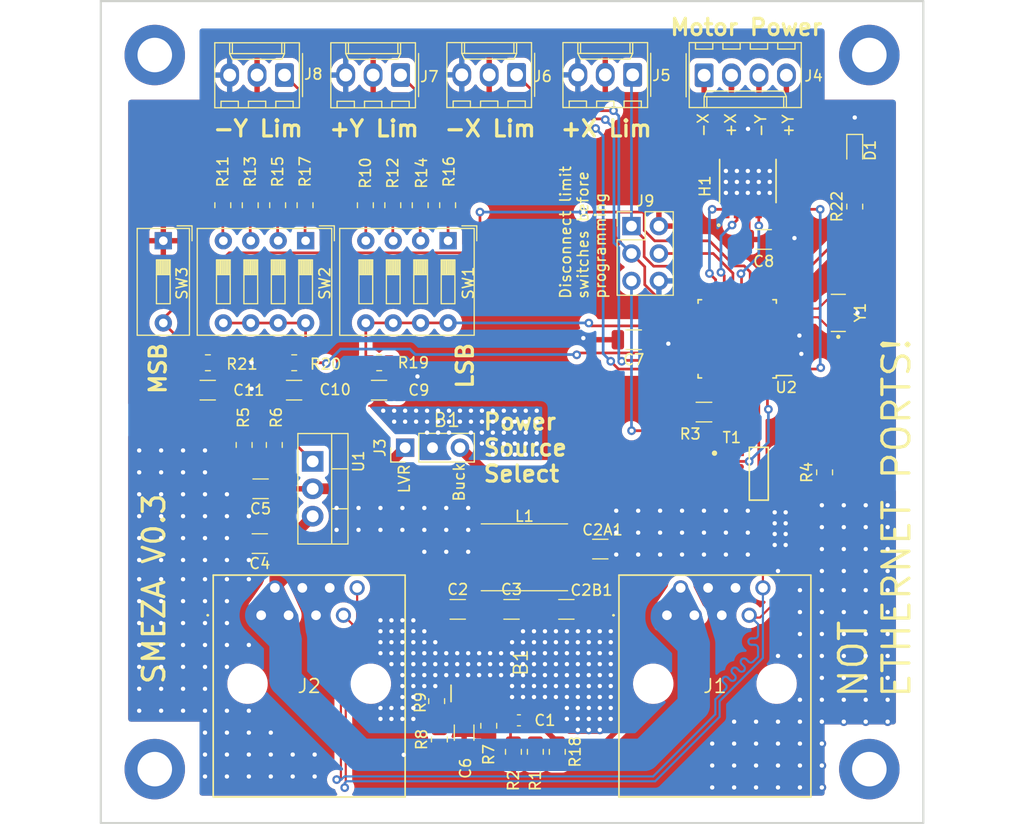
<source format=kicad_pcb>
(kicad_pcb (version 20221018) (generator pcbnew)
  (layers (0 "F.Cu" signal) (31 "B.Cu" signal) (34 "B.Paste" user) (35 "F.Paste" user) (36 "B.SilkS" user "B.Silkscreen") (37 "F.SilkS" user "F.Silkscreen") (38 "B.Mask" user) (39 "F.Mask" user) (44 "Edge.Cuts" user))
  (net 0 "")
  (net 1 "Net-(B1-EN)")
  (net 2 "Net-(B1-FREQ)")
  (net 3 "Net-(B1-FB)")
  (net 4 "Net-(B1-BST)")
  (net 5 "GND")
  (net 6 "Net-(D1-A)")
  (net 7 "/+50V")
  (net 8 "/Buck+5V")
  (net 9 "/LVR+5V")
  (net 10 "/+5V")
  (net 11 "/D+")
  (net 12 "/D-")
  (net 13 "Net-(U1-ADJ)")
  (net 14 "Net-(R10-Pad2)")
  (net 15 "Net-(R11-Pad2)")
  (net 16 "Net-(R12-Pad2)")
  (net 17 "Net-(R13-Pad2)")
  (net 18 "Net-(R14-Pad2)")
  (net 19 "Net-(R15-Pad2)")
  (net 20 "Net-(R16-Pad2)")
  (net 21 "Net-(R17-Pad2)")
  (net 22 "Net-(R1-Pad1)")
  (net 23 "/M2 Fwd")
  (net 24 "/M2 Bkwd")
  (net 25 "/M1 Fwd")
  (net 26 "/M1 Bkwd")
  (net 27 "/BuckSW")
  (net 28 "/Rx")
  (net 29 "/Tx")
  (net 30 "/Indic")
  (net 31 "/TransceiverDriverEnable")
  (net 32 "/DIPS14")
  (net 33 "/DIPS58")
  (net 34 "/DIP9")
  (net 35 "Net-(U2-AREF)")
  (net 36 "/M2 Fwd Signal")
  (net 37 "/M2 Bkwd Signal")
  (net 38 "/M1 Fwd Signal")
  (net 39 "/M1 Bkwd Signal")
  (net 40 "/M1 +Limit (MISO)")
  (net 41 "/M1 -Limit (SCK)")
  (net 42 "/M2 +Limit")
  (net 43 "/M2 -Limit")
  (net 44 "/RESET")
  (net 46 "Net-(U2-XTAL1{slash}PB6)")
  (net 47 "Net-(U2-XTAL2{slash}PB7)")
  (net 49 "/MOSI")
  (net 54 "/BuckConverterVCC")
  (footprint "Resistor_SMD:R_0805_2012Metric" (layer "F.Cu") (at 143.891 122.936 -90)
    (fp_text reference "R18")
    (fp_text value "39k")
  )
  (footprint "Resistor_SMD:R_0805_2012Metric" (layer "F.Cu") (at 133.731 72.263 -90)
    (fp_text reference "R16")
    (fp_text value "2.2k")
  )
  (footprint "Resistor_SMD:R_0805_2012Metric" (layer "F.Cu") (at 171.45 72.39 90)
    (fp_text reference "R22")
    (fp_text value "120")
  )
  (footprint "Footprints:ADM4852ARZ" (layer "F.Cu") (at 162.56 97.155)
    (fp_text reference "T1")
    (fp_text value "ADM4852ARZ" hide)
  )
  (footprint "LED_SMD:LED_0603_1608Metric" (layer "F.Cu") (at 171.45 67.186 -90)
    (fp_text reference "D1")
    (fp_text value "LED")
  )
  (footprint "Button_Switch_THT:SW_DIP_SPSTx04_Slide_9.78x12.34mm_W7.62mm_P2.54mm" (layer "F.Cu") (at 133.7718 75.5567 -90)
    (fp_text reference "SW1")
    (fp_text value "SW_DIP_x04")
  )
  (footprint "Resistor_SMD:R_0805_2012Metric" (layer "F.Cu") (at 117.983 72.263 -90)
    (fp_text reference "R15")
    (fp_text value "10k")
  )
  (footprint "Connector_PinHeader_2.54mm:PinHeader_2x03_P2.54mm_Vertical" (layer "F.Cu") (at 150.765 74.2)
    (fp_text reference "J9")
    (fp_text value "Conn_02x03_Odd_Even")
  )
  (footprint "Connector_Molex:Molex_KK-254_AE-6410-03A_1x03_P2.54mm_Vertical" (layer "F.Cu") (at 129.370666 60.198 180)
    (fp_text reference "J7")
    (fp_text value "Conn_01x03")
  )
  (footprint "Capacitor_SMD:C_1206_3216Metric" (layer "F.Cu") (at 150.9776 84.7344 180)
    (fp_text reference "C7")
    (fp_text value "100nF")
  )
  (footprint "Resistor_SMD:R_0805_2012Metric" (layer "F.Cu") (at 126.111 72.263 -90)
    (fp_text reference "R10")
    (fp_text value "82k")
  )
  (footprint "Footprints:SOIC127P600X170-9N" (layer "F.Cu") (at 136.652 114.808 90)
    (fp_text reference "B1")
    (fp_text value "MP4541GN-Z" hide)
  )
  (footprint "Package_TO_SOT_THT:TO-220-3_Vertical" (layer "F.Cu") (at 121.229 96.012 -90)
    (fp_text reference "U1")
    (fp_text value "LM317_TO-220")
  )
  (footprint "Capacitor_SMD:C_1206_3216Metric" (layer "F.Cu") (at 147.877 104.14)
    (fp_text reference "C2A1")
    (fp_text value "10uF")
  )
  (footprint "Package_QFP:TQFP-32_7x7mm_P0.8mm" (layer "F.Cu") (at 160.56 84.65 180)
    (fp_text reference "U2")
    (fp_text value "ATmega328P-A")
  )
  (footprint "Resistor_SMD:R_0805_2012Metric" (layer "F.Cu") (at 132.715 118.237 -90)
    (fp_text reference "R9")
    (fp_text value "5.6k")
  )
  (footprint "Capacitor_SMD:C_1206_3216Metric" (layer "F.Cu") (at 111.506 89.408)
    (fp_text reference "C11")
    (fp_text value "1nF")
  )
  (footprint "Capacitor_SMD:C_1206_3216Metric" (layer "F.Cu") (at 139.651 109.728)
    (fp_text reference "C3")
    (fp_text value "0.1uF")
  )
  (footprint "Resistor_SMD:R_1206_3216Metric" (layer "F.Cu") (at 157.48 91.44)
    (fp_text reference "R3")
    (fp_text value "1k")
  )
  (footprint "Resistor_SMD:R_0805_2012Metric" (layer "F.Cu") (at 127.3917 86.868 180)
    (fp_text reference "R19")
    (fp_text value "4.7k")
  )
  (footprint "Capacitor_SMD:C_1206_3216Metric" (layer "F.Cu") (at 127.381 89.408)
    (fp_text reference "C9")
    (fp_text value "1nF")
  )
  (footprint "Capacitor_SMD:C_1206_3216Metric" (layer "F.Cu") (at 116.403 98.552 180)
    (fp_text reference "C5")
    (fp_text value "1uF")
  )
  (footprint "Resistor_SMD:R_0805_2012Metric" (layer "F.Cu") (at 112.903 72.263 -90)
    (fp_text reference "R11")
    (fp_text value "82k")
  )
  (footprint "Resistor_SMD:R_0805_2012Metric" (layer "F.Cu") (at 117.673 94.488 90)
    (fp_text reference "R6")
    (fp_text value "1.8k")
  )
  (footprint "Resistor_SMD:R_0805_2012Metric" (layer "F.Cu") (at 131.191 72.263 -90)
    (fp_text reference "R14")
    (fp_text value "10k")
  )
  (footprint "Resistor_SMD:R_0805_2012Metric" (layer "F.Cu") (at 141.859 122.936 90)
    (fp_text reference "R1")
    (fp_text value "1.2k")
  )
  (footprint "MountingHole:MountingHole_3.2mm_M3_DIN965_Pad" (layer "F.Cu") (at 172.8 124.54)
    (fp_text reference "REF**" hide)
    (fp_text value "MountingHole_3.2mm_M3_DIN965_Pad")
  )
  (footprint "Capacitor_SMD:C_1206_3216Metric" (layer "F.Cu") (at 144.731 109.728 180)
    (fp_text reference "C2B1")
    (fp_text value "10uF")
  )
  (footprint "Resistor_SMD:R_0805_2012Metric" (layer "F.Cu") (at 111.5207 86.868 180)
    (fp_text reference "R21")
    (fp_text value "4.7k")
  )
  (footprint "Button_Switch_THT:SW_DIP_SPSTx04_Slide_9.78x12.34mm_W7.62mm_P2.54mm" (layer "F.Cu") (at 120.5738 75.5567 -90)
    (fp_text reference "SW2")
    (fp_text value "SW_DIP_x04")
  )
  (footprint "Connector_Molex:Molex_KK-254_AE-6410-03A_1x03_P2.54mm_Vertical" (layer "F.Cu") (at 150.876 60.178 180)
    (fp_text reference "J5")
    (fp_text value "Conn_01x03")
  )
  (footprint "Capacitor_SMD:C_0603_1608Metric" (layer "F.Cu") (at 140.335 120.015 180)
    (fp_text reference "C1")
    (fp_text value "680pF")
  )
  (footprint "Resistor_SMD:R_0805_2012Metric" (layer "F.Cu") (at 137.541 120.523 90)
    (fp_text reference "R7")
    (fp_text value "82k")
  )
  (footprint "Inductor_SMD:L_Taiyo-Yuden_NR-60xx_HandSoldering" (layer "F.Cu") (at 140.847 104.902 180)
    (fp_text reference "L1")
    (fp_text value "33uH")
  )
  (footprint "Footprints:SS90000002" (layer "F.Cu") (at 116.459 110.275)
    (fp_text reference "J2")
    (fp_text value "SS-90000-002" hide)
  )
  (footprint "Connector_Molex:Molex_KK-254_AE-6410-04A_1x04_P2.54mm_Vertical" (layer "F.Cu") (at 157.496 60.218)
    (fp_text reference "J4")
    (fp_text value "Conn_01x04")
  )
  (footprint "Footprints:SS90000002" (layer "F.Cu") (at 154.051 110.275)
    (fp_text reference "J1")
    (fp_text value "SS-90000-002" hide)
  )
  (footprint "Connector_Molex:Molex_KK-254_AE-6410-03A_1x03_P2.54mm_Vertical" (layer "F.Cu") (at 118.618 60.198 180)
    (fp_text reference "J8")
    (fp_text value "Conn_01x03")
  )
  (footprint "Connector_Molex:Molex_KK-254_AE-6410-03A_1x03_P2.54mm_Vertical" (layer "F.Cu") (at 140.123332 60.178 180)
    (fp_text reference "J6")
    (fp_text value "Conn_01x03")
  )
  (footprint "Connector_PinHeader_2.54mm:PinHeader_1x03_P2.54mm_Vertical" (layer "F.Cu") (at 129.794 94.742 90)
    (fp_text reference "J3")
    (fp_text value "Conn_01x03")
  )
  (footprint "Resistor_SMD:R_0805_2012Metric" (layer "F.Cu") (at 132.969 121.793 90)
    (fp_text reference "R8")
    (fp_text value "100k")
  )
  (footprint "Footprints:OSC_CSTNE16M0V530000R0" (layer "F.Cu") (at 169.926 82.2452 90)
    (fp_text reference "Y1")
    (fp_text value "CSTNE16M0V530000R0")
  )
  (footprint "MountingHole:MountingHole_3.2mm_M3_DIN965_Pad" (layer "F.Cu") (at 106.6 58.34)
    (fp_text reference "REF**" hide)
    (fp_text value "MountingHole_3.2mm_M3_DIN965_Pad")
  )
  (footprint "Capacitor_SMD:C_1206_3216Metric" (layer "F.Cu") (at 116.332 103.632 180)
    (fp_text reference "C4")
    (fp_text value "0.1uF")
  )
  (footprint "Capacitor_SMD:C_1206_3216Metric" (layer "F.Cu") (at 163.019 75.438)
    (fp_text reference "C8")
    (fp_text value "10uF")
  )
  (footprint "MountingHole:MountingHole_3.2mm_M3_DIN965_Pad" (layer "F.Cu") (at 106.6 124.54)
    (fp_text reference "REF**" hide)
    (fp_text value "MountingHole_3.2mm_M3_DIN965_Pad")
  )
  (footprint "Resistor_SMD:R_0805_2012Metric" (layer "F.Cu") (at 168.656 97.028 90)
    (fp_text reference "R4")
    (fp_text value "120")
  )
  (footprint "Resistor_SMD:R_0805_2012Metric" (layer "F.Cu") (at 139.827 122.936 90)
    (fp_text reference "R2")
    (fp_text value "10k")
  )
  (footprint "MountingHole:MountingHole_3.2mm_M3_DIN965_Pad" (layer "F.Cu") (at 172.8 58.34)
    (fp_text reference "REF**" hide)
    (fp_text value "MountingHole_3.2mm_M3_DIN965_Pad")
  )
  (footprint "Capacitor_SMD:C_1206_3216Metric" (layer "F.Cu") (at 134.669 109.728)
    (fp_text reference "C2")
    (fp_text value "2.2uF")
  )
  (footprint "Capacitor_SMD:C_1206_3216Metric" (layer "F.Cu") (at 135.259 121.158 90)
    (fp_text reference "C6")
    (fp_text value "1uF")
  )
  (footprint "Resistor_SMD:R_0805_2012Metric" (layer "F.Cu") (at 115.443 72.263 -90)
    (fp_text reference "R13")
    (fp_text value "27k")
  )
  (footprint "Footprints:SOIC100P600X175-10N" (layer "F.Cu") (at 161.544 70.019 90)
    (fp_text reference "H1")
    (fp_text value "H_Bridge")
  )
  (footprint "Resistor_SMD:R_0805_2012Metric" (layer "F.Cu") (at 128.651 72.263 -90)
    (fp_text reference "R12")
    (fp_text value "27k")
  )
  (footprint "Capacitor_SMD:C_1206_3216Metric" (layer "F.Cu") (at 119.507 89.408 180)
    (fp_text reference "C10")
    (fp_text value "1nF")
  )
  (footprint "Resistor_SMD:R_0805_2012Metric" (layer "F.Cu") (at 120.523 72.263 -90)
    (fp_text reference "R17")
    (fp_text value "2.2k")
  )
  (footprint "Resistor_SMD:R_0805_2012Metric" (layer "F.Cu") (at 114.879 94.488 -90)
    (fp_text reference "R5")
    (fp_text value "5.6k")
  )
  (footprint "Button_Switch_THT:SW_DIP_SPSTx01_Slide_9.78x4.72mm_W7.62mm_P2.54mm" (layer "F.Cu") (at 107.3912 75.5567 -90)
    (fp_text reference "SW3")
    (fp_text value "SW_DIP_x01")
  )
  (footprint "Resistor_SMD:R_0805_2012Metric" (layer "F.Cu") (at 119.5177 86.868)
    (fp_text reference "R20")
    (fp_text value "4.7k")
  )
  (gr_rect locked (start 101.6 53.34) (end 177.8 129.54) (stroke (width 0.2)) (fill none) (layer "Edge.Cuts"))
  (gr_text "-Y" (at 163.322 66.04 90) (layer "F.SilkS") (effects (font (size 1 1) (thickness 0.153)) (justify left bottom)))
  (gr_text "NOT \nETHERNET PORTS!" (at 176.784 118.11 90) (layer "F.SilkS") (effects (font (size 2.5 2.5) (thickness 0.3) bold) (justify left bottom)))
  (gr_text "LSB\n" (at 136.2202 89.408 90) (layer "F.SilkS") (effects (font (size 1.5 1.5) (thickness 0.3) bold) (justify left bottom)))
  (gr_text "Disconnect limit \nswitches before \nprogramming" (at 148.463 81.026 90) (layer "F.SilkS") (effects (font (size 1 1) (thickness 0.153)) (justify left bottom)))
  (gr_text "+Y\n" (at 165.862 66.04 90) (layer "F.SilkS") (effects (font (size 1 1) (thickness 0.153)) (justify left bottom)))
  (gr_text "+Y Lim" (at 122.619952 66.04) (layer "F.SilkS") (effects (font (size 1.5 1.5) (thickness 0.3) bold) (justify left bottom)))
  (gr_text "Motor Power\n" (at 154.202429 56.642) (layer "F.SilkS") (effects (font (size 1.5 1.5) (thickness 0.3) bold) (justify left bottom)))
  (gr_text "LVR" (at 130.302 99.06 90) (layer "F.SilkS") (effects (font (size 1 1) (thickness 0.153)) (justify left bottom)))
  (gr_text locked "+X Lim" (at 144.053857 66.04) (layer "F.SilkS") (effects (font (size 1.5 1.5) (thickness 0.3) bold) (justify left bottom)))
  (gr_text "B1" (at 133.6548 92.1766) (layer "F.SilkS") (effects (font (size 1.27 1.27) (thickness 0.153))))
  (gr_text "MSB" (at 107.7722 89.916 90) (layer "F.SilkS") (effects (font (size 1.5 1.5) (thickness 0.3) bold) (justify left bottom)))
  (gr_text "-X Lim\n" (at 133.301189 66.04) (layer "F.SilkS") (effects (font (size 1.5 1.5) (thickness 0.3) bold) (justify left bottom)))
  (gr_text "+X" (at 160.528 66.04 90) (layer "F.SilkS") (effects (font (size 1 1) (thickness 0.153)) (justify left bottom)))
  (gr_text "Power \nSource\nSelect" (at 136.906 98.044) (layer "F.SilkS") (effects (font (size 1.5 1.5) (thickness 0.3) bold) (justify left bottom)))
  (gr_text "SMEZA V0.3" (at 107.696 116.84 90) (layer "F.SilkS") (effects (font (size 2 2) (thickness 0.3)) (justify left bottom)))
  (gr_text "-X\n" (at 157.988 66.04 90) (layer "F.SilkS") (effects (font (size 1 1) (thickness 0.153)) (justify left bottom)))
  (gr_text "Buck\n" (at 135.382 99.822 90) (layer "F.SilkS") (effects (font (size 1 1) (thickness 0.153)) (justify left bottom)))
  (gr_text "-Y Lim\n" (at 111.867286 66.04) (layer "F.SilkS") (effects (font (size 1.5 1.5) (thickness 0.3) bold) (justify left bottom)))
  (segment (start 133.1175 119.1495) (end 134.747 117.52) (width 0.25) (layer "F.Cu") (net 1))
  (segment (start 132.969 119.4035) (end 132.715 119.1495) (width 0.25) (layer "F.Cu") (net 1))
  (segment (start 132.969 120.8805) (end 132.969 119.4035) (width 0.25) (layer "F.Cu") (net 1))
  (segment (start 132.715 119.1495) (end 133.1175 119.1495) (width 0.25) (layer "F.Cu") (net 1))
  (segment (start 137.287 117.52) (end 137.287 119.3565) (width 0.25) (layer "F.Cu") (net 2))
  (segment (start 137.287 119.3565) (end 137.541 119.6105) (width 0.25) (layer "F.Cu") (net 2))
  (segment (start 139.56 121.7565) (end 139.827 122.0235) (width 0.25) (layer "F.Cu") (net 3))
  (segment (start 138.557 119.012) (end 138.557 117.52) (width 0.25) (layer "F.Cu") (net 3))
  (segment (start 139.56 120.015) (end 139.56 121.7565) (width 0.25) (layer "F.Cu") (net 3))
  (segment (start 139.56 120.015) (end 138.557 119.012) (width 0.25) (layer "F.Cu") (net 3))
  (segment (start 141.859 122.0235) (end 139.827 122.0235) (width 0.25) (layer "F.Cu") (net 3))
  (segment (start 140.925 109.728) (end 141.126 109.728) (width 0.25) (layer "F.Cu") (net 4))
  (segment (start 138.557 112.096) (end 140.925 109.728) (width 0.25) (layer "F.Cu") (net 4))
  (segment (start 166.224828 84.25) (end 166.32137 84.346542) (width 0.5) (layer "F.Cu") (net 5))
  (segment (start 146.4564 84.7344) (end 146.304 84.582) (width 0.5) (layer "F.Cu") (net 5))
  (segment (start 115.57 86.868) (end 112.9832 86.868) (width 0.5) (layer "F.Cu") (net 5))
  (segment (start 130.1242 88.138) (end 128.8542 86.868) (width 0.5) (layer "F.Cu") (net 5))
  (segment (start 154.2275 85.05) (end 154.178 85.0995) (width 0.5) (layer "F.Cu") (net 5))
  (segment (start 115.697 89.408) (end 115.57 89.281) (width 0.5) (layer "F.Cu") (net 5))
  (segment (start 164.855543 85.895543) (end 166.350001 85.895543) (width 0.5) (layer "F.Cu") (net 5))
  (segment (start 130.937 88.138) (end 130.1242 88.138) (width 0.5) (layer "F.Cu") (net 5))
  (segment (start 114.928 98.552) (end 115.182 98.806) (width 0.5) (layer "F.Cu") (net 5))
  (segment (start 112.981 89.408) (end 115.443 89.408) (width 0.5) (layer "F.Cu") (net 5))
  (segment (start 136.652 114.046) (end 136.652 114.808) (width 0.7) (layer "F.Cu") (net 5))
  (segment (start 136.017 112.096) (end 136.017 114.173) (width 0.7) (layer "F.Cu") (net 5))
  (segment (start 115.443 89.408) (end 115.57 89.281) (width 0.5) (layer "F.Cu") (net 5))
  (segment (start 136.652 113.792) (end 136.652 114.046) (width 0.7) (layer "F.Cu") (net 5))
  (segment (start 118.032 89.408) (end 115.697 89.408) (width 0.5) (layer "F.Cu") (net 5))
  (segment (start 136.017 114.173) (end 135.89 114.046) (width 0.7) (layer "F.Cu") (net 5))
  (segment (start 164.621 75.311) (end 164.494 75.438) (width 0.5) (layer "F.Cu") (net 5))
  (segment (start 136.017 112.096) (end 136.017 109.855) (width 0.7) (layer "F.Cu") (net 5))
  (segment (start 135.89 114.046) (end 136.652 113.792) (width 0.7) (layer "F.Cu") (net 5))
  (segment (start 171.45 65.786) (end 171.45 64.135) (width 0.5) (layer "F.Cu") (net 5))
  (segment (start 136.017 109.855) (end 136.144 109.728) (width 0.7) (layer "F.Cu") (net 5))
  (segment (start 156.31 85.05) (end 154.2275 85.05) (width 0.5) (layer "F.Cu") (net 5))
  (segment (start 149.5026 84.7344) (end 146.4564 84.7344) (width 0.5) (layer "F.Cu") (net 5))
  (segment (start 130.126 88.138) (end 128.856 89.408) (width 0.5) (layer "F.Cu") (net 5))
  (segment (start 130.937 88.138) (end 130.126 88.138) (width 0.5) (layer "F.Cu") (net 5))
  (segment (start 164.81 84.25) (end 166.224828 84.25) (width 0.5) (layer "F.Cu") (net 5))
  (segment (start 161.56 65.193) (end 161.56 67.394) (width 0.5) (layer "F.Cu") (net 5))
  (segment (start 136.652 114.808) (end 136.652 114.808) (width 0.7) (layer "F.Cu") (net 5))
  (segment (start 166.350001 85.895543) (end 166.5 86.045542) (width 0.5) (layer "F.Cu") (net 5))
  (segment (start 165.862 75.311) (end 164.621 75.311) (width 0.5) (layer "F.Cu") (net 5))
  (segment (start 118.0552 86.868) (end 115.57 86.868) (width 0.5) (layer "F.Cu") (net 5))
  (segment (start 171.704 82.2452) (end 169.926 82.2452) (width 0.5) (layer "F.Cu") (net 5))
  (segment (start 164.81 85.85) (end 164.855543 85.895543) (width 0.5) (layer "F.Cu") (net 5))
  (via (at 149.352 100.584) (size 0.8) (drill 0.4) (layers "F.Cu" "B.Cu") (net 5))
  (via (at 113.284 110.998) (size 0.8) (drill 0.4) (layers "F.Cu" "B.Cu") (net 5))
  (via (at 127.508 113.792) (size 0.8) (drill 0.4) (layers "F.Cu" "B.Cu") (net 5))
  (via (at 166.37 126.238) (size 0.8) (drill 0.4) (layers "F.Cu" "B.Cu") (net 5))
  (via (at 127.508 100.33) (size 0.8) (drill 0.4) (layers "F.Cu" "B.Cu") (net 5))
  (via (at 168.402 102.108) (size 0.8) (drill 0.4) (layers "F.Cu" "B.Cu") (net 5))
  (via (at 129.54 119.888) (size 0.8) (drill 0.4) (layers "F.Cu" "B.Cu") (net 5))
  (via (at 130.556 113.792) (size 0.8) (drill 0.4) (layers "F.Cu" "B.Cu") (net 5))
  (via (at 162.56 71.12) (size 0.8) (drill 0.4) (layers "F.Cu" "B.Cu") (net 5))
  (via (at 171.45 64.135) (size 0.8) (drill 0.4) (layers "F.Cu" "B.Cu") (net 5))
  (via (at 172.466 102.108) (size 0.8) (drill 0.4) (layers "F.Cu" "B.Cu") (net 5))
  (via (at 135.636 114.808) (size 0.8) (drill 0.4) (layers "F.Cu" "B.Cu") (net 5))
  (via (at 127.508 102.362) (size 0.8) (drill 0.4) (layers "F.Cu" "B.Cu") (net 5))
  (via (at 109.22 105.156) (size 0.8) (drill 0.4) (layers "F.Cu" "B.Cu") (net 5))
  (via (at 165.0492 103.759) (size 0.8) (drill 0.4) (layers "F.Cu" "B.Cu") (net 5))
  (via (at 159.512 69.088) (size 0.8) (drill 0.4) (layers "F.Cu" "B.Cu") (net 5))
  (via (at 132.588 114.808) (size 0.8) (drill 0.4) (layers "F.Cu" "B.Cu") (net 5))
  (via (at 105.156 97.028) (size 0.8) (drill 0.4) (layers "F.Cu" "B.Cu") (net 5))
  (via (at 129.54 115.824) (size 0.8) (drill 0.4) (layers "F.Cu" "B.Cu") (net 5))
  (via (at 157.48 100.584) (size 0.8) (drill 0.4) (layers "F.Cu" "B.Cu") (net 5))
  (via (at 168.402 112.014) (size 0.8) (drill 0.4) (layers "F.Cu" "B.Cu") (net 5))
  (via (at 140.716 117.856) (size 0.8) (drill 0.4) (layers "F.Cu" "B.Cu") (net 5))
  (via (at 117.348 123.19) (size 0.8) (drill 0.4) (layers "F.Cu" "B.Cu") (net 5))
  (via (at 139.7 116.84) (size 0.8) (drill 0.4) (layers "F.Cu" "B.Cu") (net 5))
  (via (at 168.402 122.174) (size 0.8) (drill 0.4) (layers "F.Cu" "B.Cu") (net 5))
  (via (at 109.22 110.998) (size 0.8) (drill 0.4) (layers "F.Cu" "B.Cu") (net 5))
  (via (at 170.434 112.014) (size 0.8) (drill 0.4) (layers "F.Cu" "B.Cu") (net 5))
  (via (at 163.576 70.104) (size 0.8) (drill 0.4) (layers "F.Cu" "B.Cu") (net 5))
  (via (at 131.572 113.792) (size 0.8) (drill 0.4) (layers "F.Cu" "B.Cu") (net 5))
  (via (at 174.498 114.046) (size 0.8) (drill 0.4) (layers "F.Cu" "B.Cu") (net 5))
  (via (at 115.316 106.934) (size 0.8) (drill 0.4) (layers "F.Cu" "B.Cu") (net 5))
  (via (at 105.156 115.062) (size 0.8) (drill 0.4) (layers "F.Cu" "B.Cu") (net 5))
  (via (at 115.316 123.19) (size 0.8) (drill 0.4) (layers "F.Cu" "B.Cu") (net 5))
  (via (at 130.556 116.84) (size 0.8) (drill 0.4) (layers "F.Cu" "B.Cu") (net 5))
  (via (at 121.412 125.222) (size 0.8) (drill 0.4) (layers "F.Cu" "B.Cu") (net 5))
  (via (at 130.937 88.138) (size 0.8) (drill 0.4) (layers "F.Cu" "B.Cu") (net 5))
  (via (at 130.556 118.872) (size 0.8) (drill 0.4) (layers "F.Cu" "B.Cu") (net 5))
  (via (at 141.732 112.776) (size 0.8) (drill 0.4) (layers "F.Cu" "B.Cu") (net 5))
  (via (at 147.828 120.904) (size 0.8) (drill 0.4) (layers "F.Cu" "B.Cu") (net 5))
  (via (at 161.544 71.12) (size 0.8) (drill 0.4) (layers "F.Cu" "B.Cu") (net 5))
  (via (at 111.252 108.966) (size 0.8) (drill 0.4) (layers "F.Cu" "B.Cu") (net 5))
  (via (at 129.54 117.856) (size 0.8) (drill 0.4) (layers "F.Cu" "B.Cu") (net 5))
  (via (at 146.812 112.776) (size 0.8) (drill 0.4) (layers "F.Cu" "B.Cu") (net 5))
  (via (at 123.444 100.33) (size 0.8) (drill 0.4) (layers "F.Cu" "B.Cu") (net 5))
  (via (at 119.38 123.19) (size 0.8) (drill 0.4) (layers "F.Cu" "B.Cu") (net 5))
  (via (at 141.732 113.792) (size 0.8) (drill 0.4) (layers "F.Cu" "B.Cu") (net 5))
  (via (at 111.252 94.996) (size 0.8) (drill 0.4) (layers "F.Cu" "B.Cu") (net 5))
  (via (at 115.316 119.126) (size 0.8) (drill 0.4) (layers "F.Cu" "B.Cu") (net 5))
  (via (at 145.796 117.856) (size 0.8) (drill 0.4) (layers "F.Cu" "B.Cu") (net 5))
  (via (at 128.524 114.808) (size 0.8) (drill 0.4) (layers "F.Cu" "B.Cu") (net 5))
  (via (at 143.764 111.76) (size 0.8) (drill 0.4) (layers "F.Cu" "B.Cu") (net 5))
  (via (at 166.37 112.014) (size 0.8) (drill 0.4) (layers "F.Cu" "B.Cu") (net 5))
  (via (at 140.716 112.776) (size 0.8) (drill 0.4) (layers "F.Cu" "B.Cu") (net 5))
  (via (at 166.5 86.045542) (size 0.8) (drill 0.4) (layers "F.Cu" "B.Cu") (net 5))
  (via (at 168.402 120.142) (size 0.8) (drill 0.4) (layers "F.Cu" "B.Cu") (net 5))
  (via (at 111.252 99.06) (size 0.8) (drill 0.4) (layers "F.Cu" "B.Cu") (net 5))
  (via (at 142.748 114.808) (size 0.8) (drill 0.4) (layers "F.Cu" "B.Cu") (net 5))
  (via (at 147.828 119.888) (size 0.8) (drill 0.4) (layers "F.Cu" "B.Cu") (net 5))
  (via (at 147.828 115.824) (size 0.8) (drill 0.4) (layers "F.Cu" "B.Cu") (net 5))
  (via (at 111.252 123.19) (size 0.8) (drill 0.4) (layers "F.Cu" "B.Cu") (net 5))
  (via (at 168.402 116.078) (size 0.8) (drill 0.4) (layers "F.Cu" "B.Cu") (net 5))
  (via (at 142.748 115.824) (size 0.8) (drill 0.4) (layers "F.Cu" "B.Cu") (net 5))
  (via (at 132.588 115.824) (size 0.8) (drill 0.4) (layers "F.Cu" "B.Cu") (net 5))
  (via (at 129.54 113.792) (size 0.8) (drill 0.4) (layers "F.Cu" "B.Cu") (net 5))
  (via (at 143.764 114.808) (size 0.8) (drill 0.4) (layers "F.Cu" "B.Cu") (net 5))
  (via (at 130.556 111.76) (size 0.8) (drill 0.4) (layers "F.Cu" "B.Cu") (net 5))
  (via (at 137.668 113.792) (size 0.8) (drill 0.4) (layers "F.Cu" "B.Cu") (net 5))
  (via (at 168.402 114.046) (size 0.8) (drill 0.4) (layers "F.Cu" "B.Cu") (net 5))
  (via (at 135.636 104.394) (size 0.8) (drill 0.4) (layers "F.Cu" "B.Cu") (net 5))
  (via (at 145.796 112.776) (size 0.8) (drill 0.4) (layers "F.Cu" "B.Cu") (net 5))
  (via (at 174.498 112.014) (size 0.8) (drill 0.4) (layers "F.Cu" "B.Cu") (net 5))
  (via (at 111.252 113.03) (size 0.8) (drill 0.4) (layers "F.Cu" "B.Cu") (net 5))
  (via (at 174.498 118.11) (size 0.8) (drill 0.4) (layers "F.Cu" "B.Cu") (net 5))
  (via (at 143.764 117.856) (size 0.8) (drill 0.4) (layers "F.Cu" "B.Cu") (net 5))
  (via (at 161.544 102.616) (size 0.8) (drill 0.4) (layers "F.Cu" "B.Cu") (net 5))
  (via (at 174.498 102.108) (size 0.8) (drill 0.4) (layers "F.Cu" "B.Cu") (net 5))
  (via (at 107.188 108.966) (size 0.8) (drill 0.4) (layers "F.Cu" "B.Cu") (net 5))
  (via (at 164.338 122.174) (size 0.8) (drill 0.4) (layers "F.Cu" "B.Cu") (net 5))
  (via (at 133.604 104.394) (size 0.8) (drill 0.4) (layers "F.Cu" "B.Cu") (net 5))
  (via (at 162.56 69.088) (size 0.8) (drill 0.4) (layers "F.Cu" "B.Cu") (net 5))
  (via (at 157.48 104.648) (size 0.8) (drill 0.4) (layers "F.Cu" "B.Cu") (net 5))
  (via (at 130.556 112.776) (size 0.8) (drill 0.4) (layers "F.Cu" "B.Cu") (net 5))
  (via (at 109.22 101.092) (size 0.8) (drill 0.4) (layers "F.Cu" "B.Cu") (net 5))
  (via (at 111.252 110.998) (size 0.8) (drill 0.4) (layers "F.Cu" "B.Cu") (net 5))
  (via (at 166.32137 84.346542) (size 0.8) (drill 0.4) (layers "F.Cu" "B.Cu") (net 5))
  (via (at 133.604 100.33) (size 0.8) (drill 0.4) (layers "F.Cu" "B.Cu") (net 5))
  (via (at 144.78 111.76) (size 0.8) (drill 0.4) (layers "F.Cu" "B.Cu") (net 5))
  (via (at 159.512 70.104) (size 0.8) (drill 0.4) (layers "F.Cu" "B.Cu") (net 5))
  (via (at 132.588 112.776) (size 0.8) (drill 0.4) (layers "F.Cu" "B.Cu") (net 5))
  (via (at 130.556 114.808) (size 0.8) (drill 0.4) (layers "F.Cu" "B.Cu") (net 5))
  (via (at 133.604 113.792) (size 0.8) (drill 0.4) (layers "F.Cu" "B.Cu") (net 5))
  (via (at 158.242 126.238) (size 0.8) (drill 0.4) (layers "F.Cu" "B.Cu") (net 5))
  (via (at 131.572 114.808) (size 0.8) (drill 0.4) (layers "F.Cu" "B.Cu") (net 5))
  (via (at 164.338 120.142) (size 0.8) (drill 0.4) (layers "F.Cu" "B.Cu") (net 5))
  (via (at 138.684 114.808) (size 0.8) (drill 0.4) (layers "F.Cu" "B.Cu") (net 5))
  (via (at 111.252 125.222) (size 0.8) (drill 0.4) (layers "F.Cu" "B.Cu") (net 5))
  (via (at 146.812 115.824) (size 0.8) (drill 0.4) (layers "F.Cu" "B.Cu") (net 5))
  (via (at 148.844 115.824) (size 0.8) (drill 0.4) (layers "F.Cu" "B.Cu") (net 5))
  (via (at 145.796 113.792) (size 0.8) (drill 0.4) (layers "F.Cu" "B.Cu") (net 5))
  (via (at 117.348 125.222) (size 0.8) (drill 0.4) (layers "F.Cu" "B.Cu") (net 5))
  (via (at 153.416 102.616) (size 0.8) (drill 0.4) (layers "F.Cu" "B.Cu") (net 5))
  (via (at 144.78 118.872) (size 0.8) (drill 0.4) (layers "F.Cu" "B.Cu") (net 5))
  (via (at 154.178 85.0995) (size 0.8) (drill 0.4) (layers "F.Cu" "B.Cu") (net 5))
  (via (at 142.748 112.776) (size 0.8) (drill 0.4) (layers "F.Cu" "B.Cu") (net 5))
  (via (at 129.54 112.776) (size 0.8) (drill 0.4) (layers "F.Cu" "B.Cu") (net 5))
  (via (at 105.156 110.998) (size 0.8) (drill 0.4) (layers "F.Cu" "B.Cu") (net 5))
  (via (at 136.652 115.824) (size 0.8) (drill 0.4) (layers "F.Cu" "B.Cu") (net 5))
  (via (at 165.0492 101.7524) (size 0.8) (drill 0.4) (layers "F.Cu" "B.Cu") (net 5))
  (via (at 113.284 103.124) (size 0.8) (drill 0.4) (layers "F.Cu" "B.Cu") (net 5))
  (via (at 109.22 103.124) (size 0.8) (drill 0.4) (layers "F.Cu" "B.Cu") (net 5))
  (via (at 135.636 102.362) (size 0.8) (drill 0.4) (layers "F.Cu" "B.Cu") (net 5))
  (via (at 107.188 105.156) (size 0.8) (drill 0.4) (layers "F.Cu" "B.Cu") (net 5))
  (via (at 168.402 106.172) (size 0.8) (drill 0.4) (layers "F.Cu" "B.Cu") (net 5))
  (via (at 130.556 119.888) (size 0.8) (drill 0.4) (layers "F.Cu" "B.Cu") (net 5))
  (via (at 105.156 119.126) (size 0.8) (drill 0.4) (layers "F.Cu" "B.Cu") (net 5))
  (via (at 107.188 94.996) (size 0.8) (drill 0.4) (layers "F.Cu" "B.Cu") (net 5))
  (via (at 131.572 116.84) (size 0.8) (drill 0.4) (layers "F.Cu" "B.Cu") (net 5))
  (via (at 133.604 102.362) (size 0.8) (drill 0.4) (layers "F.Cu" "B.Cu") (net 5))
  (via (at 113.284 121.158) (size 0.8) (drill 0.4) (layers "F.Cu" "B.Cu") (net 5))
  (via (at 172.466 109.982) (size 0.8) (drill 0.4) (layers "F.Cu" "B.Cu") (net 5))
  (via (at 113.284 115.062) (size 0.8) (drill 0.4) (layers "F.Cu" "B.Cu") (net 5))
  (via (at 166.37 120.142) (size 0.8) (drill 0.4) (layers "F.Cu" "B.Cu") (net 5))
  (via (at 168.402 124.206) (size 0.8) (drill 0.4) (layers "F.Cu" "B.Cu") (net 5))
  (via (at 129.54 100.33) (size 0.8) (drill 0.4) (layers "F.Cu" "B.Cu") (net 5))
  (via (at 141.732 117.856) (size 0.8) (drill 0.4) (layers "F.Cu" "B.Cu") (net 5))
  (via (at 164.338 124.206) (size 0.8) (drill 0.4) (layers "F.Cu" "B.Cu") (net 5))
  (via (at 164.0332 102.743) (size 0.8) (drill 0.4) (layers "F.Cu" "B.Cu") (net 5))
  (via (at 153.416 100.584) (size 0.8) (drill 0.4) (layers "F.Cu" "B.Cu") (net 5))
  (via (at 139.7 113.792) (size 0.8) (drill 0.4) (layers "F.Cu" "B.Cu") (net 5))
  (via (at 168.402 100.076) (size 0.8) (drill 0.4) (layers "F.Cu" "B.Cu") (net 5))
  (via (at 155.448 102.616) (size 0.8) (drill 0.4) (layers "F.Cu" "B.Cu") (net 5))
  (via (at 139.7 117.856) (size 0.8) (drill 0.4) (layers "F.Cu" "B.Cu") (net 5))
  (via (at 107.188 103.124) (size 0.8) (drill 0.4) (layers "F.Cu" "B.Cu") (net 5))
  (via (at 107.188 110.998) (size 0.8) (drill 0.4) (layers "F.Cu" "B.Cu") (net 5))
  (via (at 105.156 113.03) (size 0.8) (drill 0.4) (layers "F.Cu" "B.Cu") (net 5))
  (via (at 166.37 122.174) (size 0.8) (drill 0.4) (layers "F.Cu" "B.Cu") (net 5))
  (via (at 123.444 102.362) (size 0.8) (drill 0.4) (layers "F.Cu" "B.Cu") (net 5))
  (via (at 160.528 71.12) (size 0.8) (drill 0.4) (layers "F.Cu" "B.Cu") (net 5))
  (via (at 164.0332 103.759) (size 0.8) (drill 0.4) (layers "F.Cu" "B.Cu") (net 5))
  (via (at 174.498 116.078) (size 0.8) (drill 0.4) (layers "F.Cu" "B.Cu") (net 5))
  (via (at 105.156 108.966) (size 0.8) (drill 0.4) (layers "F.Cu" "B.Cu") (net 5))
  (via (at 165.0492 102.743) (size 0.8) (drill 0.4) (layers "F.Cu" "B.Cu") (net 5))
  (via (at 151.384 102.616) (size 0.8) (drill 0.4) (layers "F.Cu" "B.Cu") (net 5))
  (via (at 128.524 111.76) (size 0.8) (drill 0.4) (layers "F.Cu" "B.Cu") (net 5))
  (via (at 170.434 120.142) (size 0.8) (drill 0.4) (layers "F.Cu" "B.Cu") (net 5))
  (via (at 132.588 113.792) (size 0.8) (drill 0.4) (layers "F.Cu" "B.Cu") (net 5))
  (via (at 170.434 107.95) (size 0.8) (drill 0.4) (layers "F.Cu" "B.Cu") (net 5))
  (via (at 128.524 112.776) (size 0.8) (drill 0.4) (layers "F.Cu" "B.Cu") (net 5))
  (via (at 140.716 116.84) (size 0.8) (drill 0.4) (layers "F.Cu" "B.Cu") (net 5))
  (via (at 105.156 106.934) (size 0.8) (drill 0.4) (layers "F.Cu" "B.Cu") (net 5))
  (via (at 134.62 114.808) (size 0.8) (drill 0.4) (layers "F.Cu" "B.Cu") (net 5))
  (via (at 130.556 110.744) (size 0.8) (drill 0.4) (layers "F.Cu" "B.Cu") (net 5))
  (via (at 105.156 101.092) (size 0.8) (drill 0.4) (layers "F.Cu" "B.Cu") (net 5))
  (via (at 162.306 126.238) (size 0.8) (drill 0.4) (layers "F.Cu" "B.Cu") (net 5))
  (via (at 136.652 113.792) (size 0.8) (drill 0.4) (layers "F.Cu" "B.Cu") (net 5))
  (via (at 107.188 117.094) (size 0.8) (drill 0.4) (layers "F.Cu" "B.Cu") (net 5))
  (via (at 144.78 119.888) (size 0.8) (drill 0.4) (layers "F.Cu" "B.Cu") (net 5))
  (via (at 174.498 106.172) (size 0.8) (drill 0.4) (layers "F.Cu" "B.Cu") (net 5))
  (via (at 125.476 100.33) (size 0.8) (drill 0.4) (layers "F.Cu" "B.Cu") (net 5))
  (via (at 164.0332 100.7364) (size 0.8) (drill 0.4) (layers "F.Cu" "B.Cu") (net 5))
  (via (at 109.22 117.094) (size 0.8) (drill 0.4) (layers "F.Cu" "B.Cu") (net 5))
  (via (at 113.284 125.222) (size 0.8) (drill 0.4) (layers "F.Cu" "B.Cu") (net 5))
  (via (at 165.0492 100.7364) (size 0.8) (drill 0.4) (layers "F.Cu" "B.Cu") (net 5))
  (via (at 129.54 118.872) (size 0.8) (drill 0.4) (layers "F.Cu" "B.Cu") (net 5))
  (via (at 128.524 110.744) (size 0.8) (drill 0.4) (layers "F.Cu" "B.Cu") (net 5))
  (via (at 166.37 124.206) (size 0.8) (drill 0.4) (layers "F.Cu" "B.Cu") (net 5))
  (via (at 139.7 112.776) (size 0.8) (drill 0.4) (layers "F.Cu" "B.Cu") (net 5))
  (via (at 109.22 106.934) (size 0.8) (drill 0.4) (layers "F.Cu" "B.Cu") (net 5))
  (via (at 165.862 75.311) (size 0.8) (drill 0.4) (layers "F.Cu" "B.Cu") (net 5))
  (via (at 115.316 113.03) (size 0.8) (drill 0.4) (layers "F.Cu" "B.Cu") (net 5))
  (via (at 158.242 122.174) (size 0.8) (drill 0.4) (layers "F.Cu" "B.Cu") (net 5))
  (via (at 174.498 107.95) (size 0.8) (drill 0.4) (layers "F.Cu" "B.Cu") (net 5))
  (via (at 146.812 116.84) (size 0.8) (drill 0.4) (layers "F.Cu" "B.Cu") (net 5))
  (via (at 145.796 118.872) (size 0.8) (drill 0.4) (layers "F.Cu" "B.Cu") (net 5))
  (via (at 174.498 120.142) (size 0.8) (drill 0.4) (layers "F.Cu" "B.Cu") (net 5))
  (via (at 170.434 118.11) (size 0.8) (drill 0.4) (layers "F.Cu" "B.Cu") (net 5))
  (via (at 111.252 101.092) (size 0.8) (drill 0.4) (layers "F.Cu" "B.Cu") (net 5))
  (via (at 134.62 113.792) (size 0.8) (drill 0.4) (layers "F.Cu" "B.Cu") (net 5))
  (via (at 129.54 114.808) (size 0.8) (drill 0.4) (layers "F.Cu" "B.Cu") (net 5))
  (via (at 160.528 69.088) (size 0.8) (drill 0.4) (layers "F.Cu" "B.Cu") (net 5))
  (via (at 142.748 111.76) (size 0.8) (drill 0.4) (layers "F.Cu" "B.Cu") (net 5))
  (via (at 148.844 113.792) (size 0.8) (drill 0.4) (layers "F.Cu" "B.Cu") (net 5))
  (via (at 128.524 118.872) (size 0.8) (drill 0.4) (layers "F.Cu" "B.Cu") (net 5))
  (via (at 146.812 114.808) (size 0.8) (drill 0.4) (layers "F.Cu" "B.Cu") (net 5))
  (via (at 174.498 100.076) (size 0.8) (drill 0.4) (layers "F.Cu" "B.Cu") (net 5))
  (via (at 168.402 109.982) (size 0.8) (drill 0.4) (layers "F.Cu" "B.Cu") (net 5))
  (via (at 149.352 104.648) (size 0.8) (drill 0.4) (layers "F.Cu" "B.Cu") (net 5))
  (via (at 140.716 113.792) (size 0.8) (drill 0.4) (layers "F.Cu" "B.Cu") (net 5))
  (via (at 107.188 101.092) (size 0.8) (drill 0.4) (layers "F.Cu" "B.Cu") (net 5))
  (via (at 145.796 114.808) (size 0.8) (drill 0.4) (layers "F.Cu" "B.Cu") (net 5))
  (via (at 159.512 100.584) (size 0.8) (drill 0.4) (layers "F.Cu" "B.Cu") (net 5))
  (via (at 127.508 112.776) (size 0.8) (drill 0.4) (layers "F.Cu" "B.Cu") (net 5))
  (via (at 140.716 114.808) (size 0.8) (drill 0.4) (layers "F.Cu" "B.Cu") (net 5))
  (via (at 113.284 123.19) (size 0.8) (drill 0.4) (layers "F.Cu" "B.Cu") (net 5))
  (via (at 172.466 107.95) (size 0.8) (drill 0.4) (layers "F.Cu" "B.Cu") (net 5))
  (via (at 127.508 119.888) (size 0.8) (drill 0.4) (layers "F.Cu" "B.Cu") (net 5))
  (via (at 168.402 104.14) (size 0.8) (drill 0.4) (layers "F.Cu" "B.Cu") (net 5))
  (via (at 174.498 104.14) (size 0.8) (drill 0.4) (layers "F.Cu" "B.Cu") (net 5))
  (via (at 148.844 119.888) (size 0.8) (drill 0.4) (layers "F.Cu" "B.Cu") (net 5))
  (via (at 139.7 115.824) (size 0.8) (drill 0.4) (layers "F.Cu" "B.Cu") (net 5))
  (via (at 113.284 108.966) (size 0.8) (drill 0.4) (layers "F.Cu" "B.Cu") (net 5))
  (via (at 170.434 116.078) (size 0.8) (drill 0.4) (layers "F.Cu" "B.Cu") (net 5))
  (via (at 137.668 114.808) (size 0.8) (drill 0.4) (layers "F.Cu" "B.Cu") (net 5))
  (via (at 138.684 115.824) (size 0.8) (drill 0.4) (layers "F.Cu" "B.Cu") (net 5))
  (via (at 172.466 120.142) (size 0.8) (drill 0.4) (layers "F.Cu" "B.Cu") (net 5))
  (via (at 147.828 112.776) (size 0.8) (drill 0.4) (layers "F.Cu" "B.Cu") (net 5))
  (via (at 135.636 100.33) (size 0.8) (drill 0.4) (layers "F.Cu" "B.Cu") (net 5))
  (via (at 160.274 122.174) (size 0.8) (drill 0.4) (layers "F.Cu" "B.Cu") (net 5))
  (via (at 159.512 104.648) (size 0.8) (drill 0.4) (layers "F.Cu" "B.Cu") (net 5))
  (via (at 109.22 97.028) (size 0.8) (drill 0.4) (layers "F.Cu" "B.Cu") (net 5))
  (via (at 147.828 116.84) (size 0.8) (drill 0.4) (layers "F.Cu" "B.Cu") (net 5))
  (via (at 105.156 117.094) (size 0.8) (drill 0.4) (layers "F.Cu" "B.Cu") (net 5))
  (via (at 115.316 125.222) (size 0.8) (drill 0.4) (layers "F.Cu" "B.Cu") (net 5))
  (via (at 131.572 102.362) (size 0.8) (drill 0.4) (layers "F.Cu" "B.Cu") (net 5))
  (via (at 164.338 106.172) (size 0.8) (drill 0.4) (layers "F.Cu" "B.Cu") (net 5))
  (via (at 135.636 113.792) (size 0.8) (drill 0.4) (layers "F.Cu" "B.Cu") (net 5))
  (via (at 161.544 100.584) (size 0.8) (drill 0.4) (layers "F.Cu" "B.Cu") (net 5))
  (via (at 162.306 120.142) (size 0.8) (drill 0.4) (layers "F.Cu" "B.Cu") (net 5))
  (via (at 170.434 109.982) (size 0.8) (drill 0.4) (layers "F.Cu" "B.Cu") (net 5))
  (via (at 145.796 120.904) (size 0.8) (drill 0.4) (layers "F.Cu" "B.Cu") (net 5))
  (via (at 160.274 126.238) (size 0.8) (drill 0.4) (layers "F.Cu" "B.Cu") (net 5))
  (via (at 111.252 97.028) (size 0.8) (drill 0.4) (layers "F.Cu" "B.Cu") (net 5))
  (via (at 113.284 113.03) (size 0.8) (drill 0.4) (layers "F.Cu" "B.Cu") (net 5))
  (via (at 119.38 125.222) (size 0.8) (drill 0.4) (layers "F.Cu" "B.Cu") (net 5))
  (via (at 170.434 102.108) (size 0.8) (drill 0.4) (layers "F.Cu" "B.Cu") (net 5))
  (via (at 155.448 100.584) (size 0.8) (drill 0.4) (layers "F.Cu" "B.Cu") (net 5))
  (via (at 111.252 119.126) (size 0.8) (drill 0.4) (layers "F.Cu" "B.Cu") (net 5))
  (via (at 162.306 122.174) (size 0.8) (drill 0.4) (layers "F.Cu" "B.Cu") (net 5))
  (via (at 161.544 104.648) (size 0.8) (drill 0.4) (layers "F.Cu" "B.Cu") (net 5))
  (via (at 131.572 115.824) (size 0.8) (drill 0.4) (layers "F.Cu" "B.Cu") (net 5))
  (via (at 168.402 126.238) (size 0.8) (drill 0.4) (layers "F.Cu" "B.Cu") (net 5))
  (via (at 170.434 106.172) (size 0.8) (drill 0.4) (layers "F.Cu" "B.Cu") (net 5))
  (via (at 136.652 114.808) (size 0.8) (drill 0.4) (layers "F.Cu" "B.Cu") (net 5))
  (via (at 107.188 119.126) (size 0.8) (drill 0.4) (layers "F.Cu" "B.Cu") (net 5))
  (via (at 168.402 118.11) (size 0.8) (drill 0.4) (layers "F.Cu" "B.Cu") (net 5))
  (via (at 159.512 71.12) (size 0.8) (drill 0.4) (layers "F.Cu" "B.Cu") (net 5))
  (via (at 131.572 111.76) (size 0.8) (drill 0.4) (layers "F.Cu" "B.Cu") (net 5))
  (via (at 170.434 100.076) (size 0.8) (drill 0.4) (layers "F.Cu" "B.Cu") (net 5))
  (via (at 146.304 84.582) (size 0.8) (drill 0.4) (layers "F.Cu" "B.Cu") (net 5))
  (via (at 147.828 117.856) (size 0.8) (drill 0.4) (layers "F.Cu" "B.Cu") (net 5))
  (via (at 145.796 115.824) (size 0.8) (drill 0.4) (layers "F.Cu" "B.Cu") (net 5))
  (via (at 128.524 113.792) (size 0.8) (drill 0.4) (layers "F.Cu" "B.Cu") (net 5))
  (via (at 115.57 89.281) (size 0.8) (drill 0.4) (layers "F.Cu" "B.Cu") (net 5))
  (via (at 171.704 82.2452) (size 0.8) (drill 0.4) (layers "F.Cu" "B.Cu") (net 5))
  (via (at 107.188 113.03) (size 0.8) (drill 0.4) (layers "F.Cu" "B.Cu") (net 5))
  (via (at 140.716 111.76) (size 0.8) (drill 0.4) (layers "F.Cu" "B.Cu") (net 5))
  (via (at 109.22 119.126) (size 0.8) (drill 0.4) (layers "F.Cu" "B.Cu") (net 5))
  (via (at 105.156 94.996) (size 0.8) (drill 0.4) (layers "F.Cu" "B.Cu") (net 5))
  (via (at 157.48 102.616) (size 0.8) (drill 0.4) (layers "F.Cu" "B.Cu") (net 5))
  (via (at 109.22 108.966) (size 0.8) (drill 0.4) (layers "F.Cu" "B.Cu") (net 5))
  (via (at 133.604 115.824) (size 0.8) (drill 0.4) (layers "F.Cu" "B.Cu") (net 5))
  (via (at 115.316 101.092) (size 0.8) (drill 0.4) (layers "F.Cu" "B.Cu") (net 5))
  (via (at 111.252 121.158) (size 0.8) (drill 0.4) (layers "F.Cu" "B.Cu") (net 5))
  (via (at 140.716 115.824) (size 0.8) (drill 0.4) (layers "F.Cu" "B.Cu") (net 5))
  (via (at 151.384 104.648) (size 0.8) (drill 0.4) (layers "F.Cu" "B.Cu") (net 5))
  (via (at 160.274 120.142) (size 0.8) (drill 0.4) (layers "F.Cu" "B.Cu") (net 5))
  (via (at 143.764 113.792) (size 0.8) (drill 0.4) (layers "F.Cu" "B.Cu") (net 5))
  (via (at 148.844 114.808) (size 0.8) (drill 0.4) (layers "F.Cu" "B.Cu") (net 5))
  (via (at 144.78 114.808) (size 0.8) (drill 0.4) (layers "F.Cu" "B.Cu") (net 5))
  (via (at 161.56 65.193) (size 0.8) (drill 0.4) (layers "F.Cu" "B.Cu") (net 5))
  (via (at 141.732 116.84) (size 0.8) (drill 0.4) (layers "F.Cu" "B.Cu") (net 5))
  (via (at 111.252 106.934) (size 0.8) (drill 0.4) (layers "F.Cu" "B.Cu") (net 5))
  (via (at 172.466 118.11) (size 0.8) (drill 0.4) (layers "F.Cu" "B.Cu") (net 5))
  (via (at 172.466 112.014) (size 0.8) (drill 0.4) (layers "F.Cu" "B.Cu") (net 5))
  (via (at 166.37 118.11) (size 0.8) (drill 0.4) (layers "F.Cu" "B.Cu") (net 5))
  (via (at 143.764 115.824) (size 0.8) (drill 0.4) (layers "F.Cu" "B.Cu") (net 5))
  (via (at 146.812 111.76) (size 0.8) (drill 0.4) (layers "F.Cu" "B.Cu") (net 5))
  (via (at 127.508 110.744) (size 0.8) (drill 0.4) (layers "F.Cu" "B.Cu") (net 5))
  (via (at 129.54 116.84) (size 0.8) (drill 0.4) (layers "F.Cu" "B.Cu") (net 5))
  (via (at 121.412 123.19) (size 0.8) (drill 0.4) (layers "F.Cu" "B.Cu") (net 5))
  (via (at 131.572 112.776) (size 0.8) (drill 0.4) (layers "F.Cu" "B.Cu") (net 5))
  (via (at 111.252 117.094) (size 0.8) (drill 0.4) (layers "F.Cu" "B.Cu") (net 5))
  (via (at 109.22 115.062) (size 0.8) (drill 0.4) (layers "F.Cu" "B.Cu") (net 5))
  (via (at 125.476 102.362) (size 0.8) (drill 0.4) (layers "F.Cu" "B.Cu") (net 5))
  (via (at 105.156 105.156) (size 0.8) (drill 0.4) (layers "F.Cu" "B.Cu") (net 5))
  (via (at 148.844 116.84) (size 0.8) (drill 0.4) (layers "F.Cu" "B.Cu") (net 5))
  (via (at 107.188 99.06) (size 0.8) (drill 0.4) (layers "F.Cu" "B.Cu") (net 5))
  (via (at 146.812 118.872) (size 0.8) (drill 0.4) (layers "F.Cu" "B.Cu") (net 5))
  (via (at 115.57 86.868) (size 0.8) (drill 0.4) (layers "F.Cu" "B.Cu") (net 5))
  (via (at 129.54 111.76) (size 0.8) (drill 0.4) (layers "F.Cu" "B.Cu") (net 5))
  (via (at 172.466 116.078) (size 0.8) (drill 0.4) (layers "F.Cu" "B.Cu") (net 5))
  (via (at 129.54 102.362) (size 0.8) (drill 0.4) (layers "F.Cu" "B.Cu") (net 5))
  (via (at 160.274 124.206) (size 0.8) (drill 0.4) (layers "F.Cu" "B.Cu") (net 5))
  (via (at 163.576 71.12) (size 0.8) (drill 0.4) (layers "F.Cu" "B.Cu") (net 5))
  (via (at 146.812 113.792) (size 0.8) (drill 0.4) (layers "F.Cu" "B.Cu") (net 5))
  (via (at 172.466 106.172) (size 0.8) (drill 0.4) (layers "F.Cu" "B.Cu") (net 5))
  (via (at 158.242 124.206) (size 0.8) (drill 0.4) (layers "F.Cu" "B.Cu") (net 5))
  (via (at 148.844 118.872) (size 0.8) (drill 0.4) (layers "F.Cu" "B.Cu") (net 5))
  (via (at 135.636 115.824) (size 0.8) (drill 0.4) (layers "F.Cu" "B.Cu") (net 5))
  (via (at 144.78 112.776) (size 0.8) (drill 0.4) (layers "F.Cu" "B.Cu") (net 5))
  (via (at 105.156 99.06) (size 0.8) (drill 0.4) (layers "F.Cu" "B.Cu") (net 5))
  (via (at 129.54 110.744) (size 0.8) (drill 0.4) (layers "F.Cu" "B.Cu") (net 5))
  (via (at 148.844 111.76) (size 0.8) (drill 0.4) (layers "F.Cu" "B.Cu") (net 5))
  (via (at 131.572 104.394) (size 0.8) (drill 0.4) (layers "F.Cu" "B.Cu") (net 5))
  (via (at 137.668 115.824) (size 0.8) (drill 0.4) (layers "F.Cu" "B.Cu") (net 5))
  (via (at 163.576 69.088) (size 0.8) (drill 0.4) (layers "F.Cu" "B.Cu") (net 5))
  (via (at 168.402 107.95) (size 0.8) (drill 0.4) (layers "F.Cu" "B.Cu") (net 5))
  (via (at 113.284 105.156) (size 0.8) (drill 0.4) (layers "F.Cu" "B.Cu") (net 5))
  (via (at 139.7 114.808) (size 0.8) (drill 0.4) (layers "F.Cu" "B.Cu") (net 5))
  (via (at 155.448 104.648) (size 0.8) (drill 0.4) (layers "F.Cu" "B.Cu") (net 5))
  (via (at 113.284 101.092) (size 0.8) (drill 0.4) (layers "F.Cu" "B.Cu") (net 5))
  (via (at 170.434 114.046) (size 0.8) (drill 0.4) (layers "F.Cu" "B.Cu") (net 5))
  (via (at 147.828 111.76) (size 0.8) (drill 0.4) (layers "F.Cu" "B.Cu") (net 5))
  (via (at 127.508 111.76) (size 0.8) (drill 0.4) (layers "F.Cu" "B.Cu") (net 5))
  (via (at 113.284 106.934) (size 0.8) (drill 0.4) (layers "F.Cu" "B.Cu") (net 5))
  (via (at 151.384 100.584) (size 0.8) (drill 0.4) (layers "F.Cu" "B.Cu") (net 5))
  (via (at 138.684 113.792) (size 0.8) (drill 0.4) (layers "F.Cu" "B.Cu") (net 5))
  (via (at 161.544 69.088) (size 0.8) (drill 0.4) (layers "F.Cu" "B.Cu") (net 5))
  (via (at 115.316 105.156) (size 0.8) (drill 0.4) (layers "F.Cu" "B.Cu") (net 5))
  (via (at 147.828 118.872) (size 0.8) (drill 0.4) (layers "F.Cu" "B.Cu") (net 5))
  (via (at 141.732 111.76) (size 0.8) (drill 0.4) (layers "F.Cu" "B.Cu") (net 5))
  (via (at 107.188 97.028) (size 0.8) (drill 0.4) (layers "F.Cu" "B.Cu") (net 5))
  (via (at 164.0332 101.7524) (size 0.8) (drill 0.4) (layers "F.Cu" "B.Cu") (net 5))
  (via (at 147.828 114.808) (size 0.8) (drill 0.4) (layers "F.Cu" "B.Cu") (net 5))
  (via (at 130.556 117.856) (size 0.8) (drill 0.4) (layers "F.Cu" "B.Cu") (net 5))
  (via (at 142.748 117.856) (size 0.8) (drill 0.4) (layers "F.Cu" "B.Cu") (net 5))
  (via (at 115.316 121.158) (size 0.8) (drill 0.4) (layers "F.Cu" "B.Cu") (net 5))
  (via (at 111.252 115.062) (size 0.8) (drill 0.4) (layers "F.Cu" "B.Cu") (net 5))
  (via (at 132.588 116.84) (size 0.8) (drill 0.4) (layers "F.Cu" "B.Cu") (net 5))
  (via (at 143.764 116.84) (size 0.8) (drill 0.4) (layers "F.Cu" "B.Cu") (net 5))
  (via (at 111.252 105.156) (size 0.8) (drill 0.4) (layers "F.Cu" "B.Cu") (net 5))
  (via (at 160.528 70.104) (size 0.8) (drill 0.4) (layers "F.Cu" "B.Cu") (net 5))
  (via (at 145.796 119.888) (size 0.8) (drill 0.4) (layers "F.Cu" "B.Cu") (net 5))
  (via (at 144.78 117.856) (size 0.8) (drill 0.4) (layers "F.Cu" "B.Cu") (net 5))
  (via (at 113.284 119.126) (size 0.8) (drill 0.4) (layers "F.Cu" "B.Cu") (net 5))
  (via (at 146.812 119.888) (size 0.8) (drill 0.4) (layers "F.Cu" "B.Cu") (net 5))
  (via (at 142.748 113.792) (size 0.8) (drill 0.4) (layers "F.Cu" "B.Cu") (net 5))
  (via (at 166.37 107.95) (size 0.8) (drill 0.4) (layers "F.Cu" "B.Cu") (net 5))
  (via (at 144.78 115.824) (size 0.8) (drill 0.4) (layers "F.Cu" "B.Cu") (net 5))
  (via (at 109.22 113.03) (size 0.8) (drill 0.4) (layers "F.Cu" "B.Cu") (net 5))
  (via (at 141.732 114.808) (size 0.8) (drill 0.4) (layers "F.Cu" "B.Cu") (net 5))
  (via (at 148.844 117.856) (size 0.8) (drill 0.4) (layers "F.Cu" "B.Cu") (net 5))
  (via (at 146.812 117.856) (size 0.8) (drill 0.4) (layers "F.Cu" "B.Cu") (net 5))
  (via (at 162.56 70.104) (size 0.8) (drill 0.4) (layers "F.Cu" "B.Cu") (net 5))
  (via (at 166.37 109.982) (size 0.8) (drill 0.4) (layers "F.Cu" "B.Cu") (net 5))
  (via (at 128.524 119.888) (size 0.8) (drill 0.4) (layers "F.Cu" "B.Cu") (net 5))
  (via (at 153.416 104.648) (size 0.8) (drill 0.4) (layers "F.Cu" "B.Cu") (net 5))
  (via (at 170.434 104.14) (size 0.8) (drill 0.4) (layers "F.Cu" "B.Cu") (net 5))
  (via (at 148.844 112.776) (size 0.8) (drill 0.4) (layers "F.Cu" "B.Cu") (net 5))
  (via (at 146.812 120.904) (size 0.8) (drill 0.4) (layers "F.Cu" "B.Cu") (net 5))
  (via (at 159.512 102.616) (size 0.8) (drill 0.4) (layers "F.Cu" "B.Cu") (net 5))
  (via (at 131.572 100.33) (size 0.8) (drill 0.4) (layers "F.Cu" "B.Cu") (net 5))
  (via (at 107.188 106.934) (size 0.8) (drill 0.4) (layers "F.Cu" "B.Cu") (net 5))
  (via (at 164.338 114.046) (size 0.8) (drill 0.4) (layers "F.Cu" "B.Cu") (net 5))
  (via (at 133.604 114.808) (size 0.8) (drill 0.4) (layers "F.Cu" "B.Cu") (net 5))
  (via (at 145.796 111.76) (size 0.8) (drill 0.4) (layers "F.Cu" "B.Cu") (net 5))
  (via (at 130.556 115.824) (size 0.8) (drill 0.4) (layers "F.Cu" "B.Cu") (net 5))
  (via (at 147.828 113.792) (size 0.8) (drill 0.4) (layers "F.Cu" "B.Cu") (net 5))
  (via (at 142.748 116.84) (size 0.8) (drill 0.4) (layers "F.Cu" "B.Cu") (net 5))
  (via (at 107.188 115.062) (size 0.8) (drill 0.4) (layers "F.Cu" "B.Cu") (net 5))
  (via (at 141.732 115.824) (size 0.8) (drill 0.4) (layers "F.Cu" "B.Cu") (net 5))
  (via (at 164.338 126.238) (size 0.8) (drill 0.4) (layers "F.Cu" "B.Cu") (net 5))
  (via (at 113.284 99.06) (size 0.8) (drill 0.4) (layers "F.Cu" "B.Cu") (net 5))
  (via (at 143.764 112.776) (size 0.8) (drill 0.4) (layers "F.Cu" "B.Cu") (net 5))
  (via (at 144.78 113.792) (size 0.8) (drill 0.4) (layers "F.Cu" "B.Cu") (net 5))
  (via (at 145.796 116.84) (size 0.8) (drill 0.4) (layers "F.Cu" "B.Cu") (net 5))
  (via (at 109.22 94.996) (size 0.8) (drill 0.4) (layers "F.Cu" "B.Cu") (net 5))
  (via (at 117.348 121.158) (size 0.8) (drill 0.4) (layers "F.Cu" "B.Cu") (net 5))
  (via (at 127.508 118.872) (size 0.8) (drill 0.4) (layers "F.Cu" "B.Cu") (net 5))
  (via (at 162.306 124.206) (size 0.8) (drill 0.4) (layers "F.Cu" "B.Cu") (net 5))
  (via (at 111.252 103.124) (size 0.8) (drill 0.4) (layers "F.Cu" "B.Cu") (net 5))
  (via (at 161.544 70.104) (size 0.8) (drill 0.4) (layers "F.Cu" "B.Cu") (net 5))
  (via (at 134.62 115.824) (size 0.8) (drill 0.4) (layers "F.Cu" "B.Cu") (net 5))
  (via (at 172.466 104.14) (size 0.8) (drill 0.4) (layers "F.Cu" "B.Cu") (net 5))
  (via (at 109.22 99.06) (size 0.8) (drill 0.4) (layers "F.Cu" "B.Cu") (net 5))
  (via (at 144.78 116.84) (size 0.8) (drill 0.4) (layers "F.Cu" "B.Cu") (net 5))
  (via (at 149.352 102.616) (size 0.8) (drill 0.4) (layers "F.Cu" "B.Cu") (net 5))
  (via (at 166.37 114.046) (size 0.8) (drill 0.4) (layers "F.Cu" "B.Cu") (net 5))
  (via (at 105.156 103.124) (size 0.8) (drill 0.4) (layers "F.Cu" "B.Cu") (net 5))
  (via (at 174.498 109.982) (size 0.8) (drill 0.4) (layers "F.Cu" "B.Cu") (net 5))
  (via (at 172.466 100.076) (size 0.8) (drill 0.4) (layers "F.Cu" "B.Cu") (net 5))
  (via (at 172.466 114.046) (size 0.8) (drill 0.4) (layers "F.Cu" "B.Cu") (net 5))
  (segment (start 154.178 85.0995) (end 154.178 85.217) (width 0.5) (layer "B.Cu") (net 5))
  (segment (start 171.45 71.4775) (end 171.45 67.9735) (width 0.25) (layer "F.Cu") (net 6))
  (segment (start 118.689 103.632) (end 121.229 101.092) (width 1) (layer "F.Cu") (net 7))
  (segment (start 129.16 105.694) (end 119.77 105.694) (width 1) (layer "F.Cu") (net 7))
  (segment (start 133.194 109.728) (end 129.16 105.694) (width 1) (layer "F.Cu") (net 7))
  (segment (start 132.3594 122.7777) (end 130.1047 122.7777) (width 1) (layer "F.Cu") (net 7))
  (segment (start 119.77 105.694) (end 117.729 107.735) (width 1) (layer "F.Cu") (net 7))
  (segment (start 117.729 103.71) (end 117.807 103.632) (width 1) (layer "F.Cu") (net 7))
  (segment (start 130.1047 122.7777) (end 129.667 123.2154) (width 1) (layer "F.Cu") (net 7))
  (segment (start 117.807 103.632) (end 118.689 103.632) (width 1) (layer "F.Cu") (net 7))
  (segment (start 117.729 107.735) (end 117.729 103.71) (width 1) (layer "F.Cu") (net 7))
  (via (at 129.667 123.2154) (size 1) (drill 0.4) (layers "F.Cu" "B.Cu") (net 7))
  (segment (start 125.6228 123.2154) (end 151.9428 123.2154) (width 3) (layer "B.Cu") (net 7))
  (segment (start 151.9428 123.2154) (end 156.531 118.6272) (width 3) (layer "B.Cu") (net 7))
  (segment (start 125.6228 123.2154) (end 129.667 123.2154) (width 3) (layer "B.Cu") (net 7))
  (segment (start 118.714 112.53) (end 118.714 116.3066) (width 3) (layer "B.Cu") (net 7))
  (segment (start 118.714 116.3066) (end 125.6228 123.2154) (width 3) (layer "B.Cu") (net 7))
  (segment (start 154.051 110.275) (end 154.051 110.49) (width 3) (layer "B.Cu") (net 7))
  (segment (start 154.051 110.49) (end 156.531 112.97) (width 3) (layer "B.Cu") (net 7))
  (segment (start 156.531 118.6272) (end 156.531 112.97) (width 3) (layer "B.Cu") (net 7))
  (segment (start 116.459 110.275) (end 118.714 112.53) (width 3) (layer "B.Cu") (net 7))
  (segment (start 149.694 120.689) (end 148.3595 122.0235) (width 0.5) (layer "F.Cu") (net 8))
  (segment (start 141.11 120.015) (end 141.8825 120.015) (width 0.5) (layer "F.Cu") (net 8))
  (segment (start 134.874 94.742) (end 143.622 103.49) (width 1) (layer "F.Cu") (net 8))
  (segment (start 143.622 103.49) (end 143.622 104.902) (width 1) (layer "F.Cu") (net 8))
  (segment (start 148.3595 122.0235) (end 143.891 122.0235) (width 0.5) (layer "F.Cu") (net 8))
  (segment (start 149.694 111.407918) (end 149.694 120.689) (width 0.5) (layer "F.Cu") (net 8))
  (segment (start 141.8825 120.015) (end 143.891 122.0235) (width 0.5) (layer "F.Cu") (net 8))
  (segment (start 144.384 104.14) (end 143.622 104.902) (width 0.5) (layer "F.Cu") (net 8))
  (segment (start 146.206 109.728) (end 148.014082 109.728) (width 0.5) (layer "F.Cu") (net 8))
  (segment (start 148.014082 109.728) (end 149.694 111.407918) (width 0.5) (layer "F.Cu") (net 8))
  (segment (start 121.229 98.552) (end 117.878 98.552) (width 0.5) (layer "F.Cu") (net 9))
  (segment (start 117.878 98.552) (end 117.878 96.1555) (width 0.5) (layer "F.Cu") (net 9))
  (segment (start 129.794 94.742) (end 125.984 98.552) (width 1) (layer "F.Cu") (net 9))
  (segment (start 125.984 98.552) (end 121.229 98.552) (width 1) (layer "F.Cu") (net 9))
  (segment (start 117.878 96.1555) (end 117.673 95.9505) (width 0.5) (layer "F.Cu") (net 9))
  (segment (start 154.9908 82.6516) (end 154.9924 82.65) (width 0.5) (layer "F.Cu") (net 10))
  (segment (start 117.983 71.3505) (end 120.523 71.3505) (width 0.5) (layer "F.Cu") (net 10))
  (segment (start 126.111 71.3505) (end 128.651 71.3505) (width 0.5) (layer "F.Cu") (net 10))
  (segment (start 165.969495 85.196042) (end 167.279958 85.196042) (width 0.5) (layer "F.Cu") (net 10))
  (segment (start 165.823453 85.05) (end 165.969495 85.196042) (width 0.5) (layer "F.Cu") (net 10))
  (segment (start 156.31 82.65) (end 154.9924 82.65) (width 0.5) (layer "F.Cu") (net 10))
  (segment (start 164.81 85.05) (end 165.823453 85.05) (width 0.5) (layer "F.Cu") (net 10))
  (segment (start 167.279958 85.196042) (end 167.386 85.09) (width 0.5) (layer "F.Cu") (net 10))
  (segment (start 166.626203 83.45) (end 164.81 83.45) (width 0.5) (layer "F.Cu") (net 10))
  (segment (start 151.865 82.65) (end 151.765 82.55) (width 0.5) (layer "F.Cu") (net 10))
  (segment (start 128.651 71.3505) (end 131.191 71.3505) (width 0.5) (layer "F.Cu") (net 10))
  (segment (start 112.903 71.3505) (end 115.443 71.3505) (width 0.5) (layer "F.Cu") (net 10))
  (segment (start 161.544 72.644) (end 161.544 75.438) (width 0.5) (layer "F.Cu") (net 10))
  (segment (start 167.386 84.209797) (end 166.626203 83.45) (width 0.5) (layer "F.Cu") (net 10))
  (segment (start 115.443 71.3505) (end 117.983 71.3505) (width 0.5) (layer "F.Cu") (net 10))
  (segment (start 167.386 85.09) (end 167.386 84.209797) (width 0.5) (layer "F.Cu") (net 10))
  (segment (start 154.9924 82.65) (end 151.865 82.65) (width 0.5) (layer "F.Cu") (net 10))
  (segment (start 133.731 71.3505) (end 131.191 71.3505) (width 0.5) (layer "F.Cu") (net 10))
  (via (at 138.938 95.377) (size 0.8) (drill 0.4) (layers "F.Cu" "B.Cu") (net 10))
  (via (at 127.762 91.313) (size 0.8) (drill 0.4) (layers "F.Cu" "B.Cu") (net 10))
  (via (at 141.986 95.377) (size 0.8) (drill 0.4) (layers "F.Cu" "B.Cu") (net 10))
  (via (at 130.81 92.329) (size 0.8) (drill 0.4) (layers "F.Cu" "B.Cu") (net 10))
  (via (at 128.778 92.329) (size 0.8) (drill 0.4) (layers "F.Cu" "B.Cu") (net 10))
  (via (at 136.906 91.313) (size 0.8) (drill 0.4) (layers "F.Cu" "B.Cu") (net 10))
  (via (at 141.986 92.329) (size 0.8) (drill 0.4) (layers "F.Cu" "B.Cu") (net 10))
  (via (at 140.97 94.361) (size 0.8) (drill 0.4) (layers "F.Cu" "B.Cu") (net 10))
  (via (at 137.922 92.329) (size 0.8) (drill 0.4) (layers "F.Cu" "B.Cu") (net 10))
  (via (at 132.842 91.313) (size 0.8) (drill 0.4) (layers "F.Cu" "B.Cu") (net 10))
  (via (at 132.842 93.345) (size 0.8) (drill 0.4) (layers "F.Cu" "B.Cu") (net 10))
  (via (at 130.81 91.313) (size 0.8) (drill 0.4) (layers "F.Cu" "B.Cu") (net 10))
  (via (at 137.922 93.345) (size 0.8) (drill 0.4) (layers "F.Cu" "B.Cu") (net 10))
  (via (at 134.874 91.313) (size 0.8) (drill 0.4) (layers "F.Cu" "B.Cu") (net 10))
  (via (at 136.906 93.345) (size 0.8) (drill 0.4) (layers "F.Cu" "B.Cu") (net 10))
  (via (at 129.794 91.313) (size 0.8) (drill 0.4) (layers "F.Cu" "B.Cu") (net 10))
  (via (at 140.97 95.377) (size 0.8) (drill 0.4) (layers "F.Cu" "B.Cu") (net 10))
  (via (at 136.906 92.329) (size 0.8) (drill 0.4) (layers "F.Cu" "B.Cu") (net 10))
  (via (at 133.858 93.345) (size 0.8) (drill 0.4) (layers "F.Cu" "B.Cu") (net 10))
  (via (at 133.858 92.329) (size 0.8) (drill 0.4) (layers "F.Cu" "B.Cu") (net 10))
  (via (at 137.922 94.361) (size 0.8) (drill 0.4) (layers "F.Cu" "B.Cu") (net 10))
  (via (at 136.906 94.361) (size 0.8) (drill 0.4) (layers "F.Cu" "B.Cu") (net 10))
  (via (at 132.842 92.329) (size 0.8) (drill 0.4) (layers "F.Cu" "B.Cu") (net 10))
  (via (at 134.874 92.329) (size 0.8) (drill 0.4) (layers "F.Cu" "B.Cu") (net 10))
  (via (at 141.986 91.313) (size 0.8) (drill 0.4) (layers "F.Cu" "B.Cu") (net 10))
  (via (at 140.97 93.345) (size 0.8) (drill 0.4) (layers "F.Cu" "B.Cu") (net 10))
  (via (at 141.986 93.345) (size 0.8) (drill 0.4) (layers "F.Cu" "B.Cu") (net 10))
  (via (at 137.922 95.377) (size 0.8) (drill 0.4) (layers "F.Cu" "B.Cu") (net 10))
  (via (at 138.938 92.329) (size 0.8) (drill 0.4) (layers "F.Cu" "B.Cu") (net 10))
  (via (at 138.938 94.361) (size 0.8) (drill 0.4) (layers "F.Cu" "B.Cu") (net 10))
  (via (at 141.986 94.361) (size 0.8) (drill 0.4) (layers "F.Cu" "B.Cu") (net 10))
  (via (at 131.826 92.329) (size 0.8) (drill 0.4) (layers "F.Cu" "B.Cu") (net 10))
  (via (at 135.89 93.345) (size 0.8) (drill 0.4) (layers "F.Cu" "B.Cu") (net 10))
  (via (at 139.954 91.313) (size 0.8) (drill 0.4) (layers "F.Cu" "B.Cu") (net 10))
  (via (at 140.97 91.313) (size 0.8) (drill 0.4) (layers "F.Cu" "B.Cu") (net 10))
  (via (at 140.97 92.329) (size 0.8) (drill 0.4) (layers "F.Cu" "B.Cu") (net 10))
  (via (at 138.938 91.313) (size 0.8) (drill 0.4) (layers "F.Cu" "B.Cu") (net 10))
  (via (at 138.938 93.345) (size 0.8) (drill 0.4) (layers "F.Cu" "B.Cu") (net 10))
  (via (at 135.89 92.329) (size 0.8) (drill 0.4) (layers "F.Cu" "B.Cu") (net 10))
  (via (at 137.922 91.313) (size 0.8) (drill 0.4) (layers "F.Cu" "B.Cu") (net 10))
  (via (at 139.954 93.345) (size 0.8) (drill 0.4) (layers "F.Cu" "B.Cu") (net 10))
  (via (at 139.954 94.361) (size 0.8) (drill 0.4) (layers "F.Cu" "B.Cu") (net 10))
  (via (at 129.794 92.329) (size 0.8) (drill 0.4) (layers "F.Cu" "B.Cu") (net 10))
  (via (at 131.826 93.345) (size 0.8) (drill 0.4) (layers "F.Cu" "B.Cu") (net 10))
  (via (at 133.858 91.313) (size 0.8) (drill 0.4) (layers "F.Cu" "B.Cu") (net 10))
  (via (at 135.89 91.313) (size 0.8) (drill 0.4) (layers "F.Cu" "B.Cu") (net 10))
  (via (at 139.954 95.377) (size 0.8) (drill 0.4) (layers "F.Cu" "B.Cu") (net 10))
  (via (at 131.826 91.313) (size 0.8) (drill 0.4) (layers "F.Cu" "B.Cu") (net 10))
  (via (at 128.778 91.313) (size 0.8) (drill 0.4) (layers "F.Cu" "B.Cu") (net 10))
  (via (at 139.954 92.329) (size 0.8) (drill 0.4) (layers "F.Cu" "B.Cu") (net 10))
  (segment (start 124.898999 114.420584) (end 123.844019 115.475565) (width 0.2) (layer "F.Cu") (net 11))
  (segment (start 166.1131 107.037849) (end 166.1131 98.5491) (width 0.2) (layer "F.Cu") (net 11))
  (segment (start 123.878033 125.511168) (end 123.453768 125.511168) (width 0.2) (layer "F.Cu") (net 11))
  (segment (start 162.660949 110.49) (end 166.1131 107.037849) (width 0.2) (layer "F.Cu") (net 11))
  (segment (start 124.079 110.275) (end 124.898999 111.094999) (width 0.2) (layer "F.Cu") (net 11))
  (segment (start 166.1131 98.5491) (end 165.354 97.79) (width 0.2) (layer "F.Cu") (net 11))
  (segment (start 161.671 110.49) (end 162.660949 110.49) (width 0.2) (layer "F.Cu") (net 11))
  (segment (start 167.9555 97.79) (end 164.876067 97.79) (width 0.2) (layer "F.Cu") (net 11))
  (segment (start 168.656 98.4905) (end 167.9555 97.79) (width 0.2) (layer "F.Cu") (net 11))
  (segment (start 124.898999 111.094999) (end 124.898999 114.420584) (width 0.2) (layer "F.Cu") (net 11))
  (segment (start 123.844019 125.477154) (end 123.878033 125.511168) (width 0.2) (layer "F.Cu") (net 11))
  (segment (start 123.844019 115.475565) (end 123.844019 125.477154) (width 0.2) (layer "F.Cu") (net 11))
  (segment (start 165.354 97.79) (end 164.876067 97.79) (width 0.2) (layer "F.Cu") (net 11))
  (via (at 123.453768 125.511168) (size 0.8) (drill 0.4) (layers "F.Cu" "B.Cu") (net 11))
  (segment (start 162.490999 113.9656) (end 162.490999 114.115001) (width 0.2) (layer "B.Cu") (net 11))
  (segment (start 161.182851 115.423148) (end 161.182851 115.423149) (width 0.2) (layer "B.Cu") (net 11))
  (segment (start 160.334321 116.271676) (end 160.334322 116.271677) (width 0.2) (layer "B.Cu") (net 11))
  (segment (start 159.910056 116.271678) (end 159.910057 116.271678) (width 0.2) (layer "B.Cu") (net 11))
  (segment (start 161.607115 114.57462) (end 161.396916 114.364421) (width 0.2) (layer "B.Cu") (net 11))
  (segment (start 124.173801 125.2154) (end 123.878033 125.511168) (width 0.2) (layer "B.Cu") (net 11))
  (segment (start 160.758585 115.423149) (end 160.758586 115.423149) (width 0.2) (layer "B.Cu") (net 11))
  (segment (start 162.490999 111.094999) (end 162.490999 112.1156) (width 0.2) (layer "B.Cu") (net 11))
  (segment (start 159.275577 116.485726) (end 159.485792 116.695941) (width 0.2) (layer "B.Cu") (net 11))
  (segment (start 152.771228 125.2154) (end 124.173801 125.2154) (width 0.2) (layer "B.Cu") (net 11))
  (segment (start 159.485792 117.120205) (end 159.485793 117.120206) (width 0.2) (layer "B.Cu") (net 11))
  (segment (start 158.531 119.455628) (end 152.771228 125.2154) (width 0.2) (layer "B.Cu") (net 11))
  (segment (start 160.334322 116.271677) (end 160.334322 116.271678) (width 0.2) (layer "B.Cu") (net 11))
  (segment (start 160.972652 114.788685) (end 161.18285 114.998883) (width 0.2) (layer "B.Cu") (net 11))
  (segment (start 160.758586 115.423149) (end 160.548387 115.21295) (width 0.2) (layer "B.Cu") (net 11))
  (segment (start 162.190999 112.4156) (end 161.89371 112.4156) (width 0.2) (layer "B.Cu") (net 11))
  (segment (start 159.910057 116.271678) (end 159.699841 116.061462) (width 0.2) (layer "B.Cu") (net 11))
  (segment (start 159.485793 117.120206) (end 158.531 118.075) (width 0.2) (layer "B.Cu") (net 11))
  (segment (start 162.490999 113.3156) (end 162.490999 113.9656) (width 0.2) (layer "B.Cu") (net 11))
  (segment (start 161.671 110.275) (end 162.490999 111.094999) (width 0.2) (layer "B.Cu") (net 11))
  (segment (start 161.18285 115.423147) (end 161.182851 115.423148) (width 0.2) (layer "B.Cu") (net 11))
  (segment (start 158.531 118.075) (end 158.531 119.455628) (width 0.2) (layer "B.Cu") (net 11))
  (segment (start 161.607114 114.57462) (end 161.607115 114.57462) (width 0.2) (layer "B.Cu") (net 11))
  (segment (start 123.878033 125.511168) (end 123.453768 125.511168) (width 0.2) (layer "B.Cu") (net 11))
  (segment (start 162.490999 114.115001) (end 162.03138 114.57462) (width 0.2) (layer "B.Cu") (net 11))
  (segment (start 161.89371 113.0156) (end 162.190999 113.0156) (width 0.2) (layer "B.Cu") (net 11))
  (segment (start 160.124123 115.637214) (end 160.334321 115.847412) (width 0.2) (layer "B.Cu") (net 11))
  (arc (start 160.548387 115.21295) (mid 160.336255 115.125082) (end 160.124123 115.21295) (width 0.2) (layer "B.Cu") (net 11))
  (arc (start 162.190999 113.0156) (mid 162.403131 113.103468) (end 162.490999 113.3156) (width 0.2) (layer "B.Cu") (net 11))
  (arc (start 162.490999 112.1156) (mid 162.403131 112.327732) (end 162.190999 112.4156) (width 0.2) (layer "B.Cu") (net 11))
  (arc (start 159.275577 116.061462) (mid 159.187709 116.273594) (end 159.275577 116.485726) (width 0.2) (layer "B.Cu") (net 11))
  (arc (start 160.124123 115.21295) (mid 160.036255 115.425082) (end 160.124123 115.637214) (width 0.2) (layer "B.Cu") (net 11))
  (arc (start 160.972652 114.364421) (mid 160.884784 114.576553) (end 160.972652 114.788685) (width 0.2) (layer "B.Cu") (net 11))
  (arc (start 161.396916 114.364421) (mid 161.184784 114.276553) (end 160.972652 114.364421) (width 0.2) (layer "B.Cu") (net 11))
  (arc (start 161.89371 112.4156) (mid 161.681578 112.503468) (end 161.59371 112.7156) (width 0.2) (layer "B.Cu") (net 11))
  (arc (start 162.03138 114.57462) (mid 161.819247 114.662488) (end 161.607114 114.57462) (width 0.2) (layer "B.Cu") (net 11))
  (arc (start 161.18285 114.998883) (mid 161.270718 115.211015) (end 161.18285 115.423147) (width 0.2) (layer "B.Cu") (net 11))
  (arc (start 160.334322 116.271678) (mid 160.122189 116.359546) (end 159.910056 116.271678) (width 0.2) (layer "B.Cu") (net 11))
  (arc (start 160.334321 115.847412) (mid 160.422189 116.059544) (end 160.334321 116.271676) (width 0.2) (layer "B.Cu") (net 11))
  (arc (start 159.485792 116.695941) (mid 159.57366 116.908073) (end 159.485792 117.120205) (width 0.2) (layer "B.Cu") (net 11))
  (arc (start 159.699841 116.061462) (mid 159.487709 115.973594) (end 159.275577 116.061462) (width 0.2) (layer "B.Cu") (net 11))
  (arc (start 161.182851 115.423149) (mid 160.970718 115.511017) (end 160.758585 115.423149) (width 0.2) (layer "B.Cu") (net 11))
  (arc (start 161.59371 112.7156) (mid 161.681578 112.927732) (end 161.89371 113.0156) (width 0.2) (layer "B.Cu") (net 11))
  (segment (start 162.941 98.251491) (end 162.941 107.95) (width 0.2) (layer "F.Cu") (net 12))
  (segment (start 164.876067 96.52) (end 167.7015 96.52) (width 0.2) (layer "F.Cu") (net 12))
  (segment (start 164.876067 96.52) (end 164.672491 96.52) (width 0.2) (layer "F.Cu") (net 12))
  (segment (start 125.349 107.735) (end 125.349 114.606953) (width 0.2) (layer "F.Cu") (net 12))
  (segment (start 164.672491 96.52) (end 162.941 98.251491) (width 0.2) (layer "F.Cu") (net 12))
  (segment (start 124.196232 125.829367) (end 124.196232 126.253632) (width 0.2) (layer "F.Cu") (net 12))
  (segment (start 124.294 125.731599) (end 124.196232 125.829367) (width 0.2) (layer "F.Cu") (net 12))
  (segment (start 167.7015 96.52) (end 168.656 95.5655) (width 0.2) (layer "F.Cu") (net 12))
  (segment (start 124.294 115.661953) (end 124.294 125.731599) (width 0.2) (layer "F.Cu") (net 12))
  (segment (start 125.349 114.606953) (end 124.294 115.661953) (width 0.2) (layer "F.Cu") (net 12))
  (via (at 124.196232 126.253632) (size 0.8) (drill 0.4) (layers "F.Cu" "B.Cu") (net 12))
  (segment (start 158.931 119.691998) (end 158.931 118.240686) (width 0.2) (layer "B.Cu") (net 12))
  (segment (start 124.196232 126.253632) (end 124.196232 125.829367) (width 0.2) (layer "B.Cu") (net 12))
  (segment (start 152.957617 125.665381) (end 158.931 119.691998) (width 0.2) (layer "B.Cu") (net 12))
  (segment (start 158.931 118.240686) (end 162.941 114.230686) (width 0.2) (layer "B.Cu") (net 12))
  (segment (start 124.360218 125.665381) (end 152.957617 125.665381) (width 0.2) (layer "B.Cu") (net 12))
  (segment (start 124.196232 125.829367) (end 124.360218 125.665381) (width 0.2) (layer "B.Cu") (net 12))
  (segment (start 162.941 114.230686) (end 162.941 107.735) (width 0.2) (layer "B.Cu") (net 12))
  (segment (start 117.673 93.5755) (end 118.7925 93.5755) (width 0.25) (layer "F.Cu") (net 13))
  (segment (start 118.7925 93.5755) (end 121.229 96.012) (width 0.25) (layer "F.Cu") (net 13))
  (segment (start 114.879 93.5755) (end 117.673 93.5755) (width 0.25) (layer "F.Cu") (net 13))
  (segment (start 126.1518 73.2163) (end 126.111 73.1755) (width 0.25) (layer "F.Cu") (net 14))
  (segment (start 126.1518 75.5567) (end 126.1518 73.2163) (width 0.25) (layer "F.Cu") (net 14))
  (segment (start 112.903 75.5059) (end 112.9538 75.5567) (width 0.25) (layer "F.Cu") (net 15))
  (segment (start 112.903 73.1755) (end 112.903 75.5059) (width 0.25) (layer "F.Cu") (net 15))
  (segment (start 128.651 73.1755) (end 128.651 75.5159) (width 0.25) (layer "F.Cu") (net 16))
  (segment (start 128.651 75.5159) (end 128.6918 75.5567) (width 0.25) (layer "F.Cu") (net 16))
  (segment (start 115.443 73.1755) (end 115.443 75.5059) (width 0.25) (layer "F.Cu") (net 17))
  (segment (start 115.443 75.5059) (end 115.4938 75.5567) (width 0.25) (layer "F.Cu") (net 17))
  (segment (start 131.191 73.1755) (end 131.191 75.5159) (width 0.25) (layer "F.Cu") (net 18))
  (segment (start 131.191 75.5159) (end 131.2318 75.5567) (width 0.25) (layer "F.Cu") (net 18))
  (segment (start 117.983 75.5059) (end 118.0338 75.5567) (width 0.25) (layer "F.Cu") (net 19))
  (segment (start 117.983 73.1755) (end 117.983 75.5059) (width 0.25) (layer "F.Cu") (net 19))
  (segment (start 133.7718 73.2163) (end 133.731 73.1755) (width 0.25) (layer "F.Cu") (net 20))
  (segment (start 133.7718 75.5567) (end 133.7718 73.2163) (width 0.25) (layer "F.Cu") (net 20))
  (segment (start 120.523 75.5059) (end 120.5738 75.5567) (width 0.25) (layer "F.Cu") (net 21))
  (segment (start 120.523 73.1755) (end 120.523 75.5059) (width 0.25) (layer "F.Cu") (net 21))
  (segment (start 143.891 123.8485) (end 141.859 123.8485) (width 0.25) (layer "F.Cu") (net 22))
  (segment (start 163.544 67.394) (end 165.116 65.822) (width 0.5) (layer "F.Cu") (net 23))
  (segment (start 165.116 65.822) (end 165.116 60.218) (width 0.5) (layer "F.Cu") (net 23))
  (segment (start 162.544 67.394) (end 162.576 67.362) (width 0.5) (layer "F.Cu") (net 24))
  (segment (start 162.576 67.362) (end 162.576 60.218) (width 0.5) (layer "F.Cu") (net 24))
  (segment (start 160.544 66.652207) (end 160.544 67.394) (width 0.5) (layer "F.Cu") (net 25))
  (segment (start 160.036 61.452) (end 160.02 61.468) (width 0.5) (layer "F.Cu") (net 25))
  (segment (start 160.036 60.387) (end 160.02 60.403) (width 0.5) (layer "F.Cu") (net 25))
  (segment (start 160.02 66.128207) (end 160.544 66.652207) (width 0.5) (layer "F.Cu") (net 25))
  (segment (start 160.02 60.403) (end 160.02 61.468) (width 0.5) (layer "F.Cu") (net 25))
  (segment (start 160.02 61.468) (end 160.02 66.128207) (width 0.5) (layer "F.Cu") (net 25))
  (segment (start 160.036 60.218) (end 160.036 61.452) (width 0.5) (layer "F.Cu") (net 25))
  (segment (start 159.544 67.394) (end 157.496 65.346) (width 0.5) (layer "F.Cu") (net 26))
  (segment (start 157.496 65.346) (end 157.496 60.218) (width 0.5) (layer "F.Cu") (net 26))
  (segment (start 137.287 112.096) (end 137.287 110.617) (width 0.7) (layer "F.Cu") (net 27))
  (segment (start 138.176 105.006) (end 138.072 104.902) (width 0.5) (layer "F.Cu") (net 27))
  (segment (start 138.176 109.728) (end 138.176 105.006) (width 0.5) (layer "F.Cu") (net 27))
  (segment (start 137.287 110.617) (end 138.176 109.728) (width 0.7) (layer "F.Cu") (net 27))
  (segment (start 161.76 88.9) (end 161.76 93.733933) (width 0.25) (layer "F.Cu") (net 28))
  (segment (start 161.76 93.733933) (end 160.243933 95.25) (width 0.25) (layer "F.Cu") (net 28))
  (segment (start 160.482865 99.06) (end 160.243933 99.06) (width 0.25) (layer "F.Cu") (net 29))
  (segment (start 162.56 96.982865) (end 160.482865 99.06) (width 0.25) (layer "F.Cu") (net 29))
  (segment (start 162.56 88.9) (end 162.56 96.982865) (width 0.25) (layer "F.Cu") (net 29))
  (segment (start 164.9025 80.4) (end 171.45 73.8525) (width 0.25) (layer "F.Cu") (net 30))
  (segment (start 163.36 80.4) (end 164.9025 80.4) (width 0.25) (layer "F.Cu") (net 30))
  (segment (start 161.671 96.012) (end 160.751933 96.012) (width 0.25) (layer "F.Cu") (net 31))
  (segment (start 163.36 88.9) (end 163.36 91.097) (width 0.25) (layer "F.Cu") (net 31))
  (segment (start 160.243933 96.52) (end 160.243933 97.79) (width 0.25) (layer "F.Cu") (net 31))
  (segment (start 163.36 91.097) (end 163.449 91.186) (width 0.25) (layer "F.Cu") (net 31))
  (segment (start 160.751933 96.012) (end 160.243933 96.52) (width 0.25) (layer "F.Cu") (net 31))
  (via (at 163.449 91.186) (size 0.8) (drill 0.4) (layers "F.Cu" "B.Cu") (net 31))
  (via (at 161.671 96.012) (size 0.8) (drill 0.4) (layers "F.Cu" "B.Cu") (net 31))
  (segment (start 163.449 91.186) (end 163.449 94.234) (width 0.25) (layer "B.Cu") (net 31))
  (segment (start 163.449 94.234) (end 161.671 96.012) (width 0.25) (layer "B.Cu") (net 31))
  (segment (start 126.1518 86.6454) (end 125.9292 86.868) (width 0.25) (layer "F.Cu") (net 32))
  (segment (start 126.1518 83.1767) (end 126.1518 86.6454) (width 0.25) (layer "F.Cu") (net 32))
  (segment (start 131.2318 83.1767) (end 128.6918 83.1767) (width 0.25) (layer "F.Cu") (net 32))
  (segment (start 147.077 83.45) (end 146.812 83.185) (width 0.25) (layer "F.Cu") (net 32))
  (segment (start 128.6918 83.1767) (end 126.1518 83.1767) (width 0.25) (layer "F.Cu") (net 32))
  (segment (start 125.906 89.408) (end 125.906 86.8912) (width 0.25) (layer "F.Cu") (net 32))
  (segment (start 133.7718 83.1767) (end 131.2318 83.1767) (width 0.25) (layer "F.Cu") (net 32))
  (segment (start 156.31 83.45) (end 147.077 83.45) (width 0.25) (layer "F.Cu") (net 32))
  (via (at 146.812 83.185) (size 0.8) (drill 0.4) (layers "F.Cu" "B.Cu") (net 32))
  (segment (start 133.7718 83.1767) (end 146.8037 83.1767) (width 0.25) (layer "B.Cu") (net 32))
  (segment (start 146.8037 83.1767) (end 146.812 83.185) (width 0.25) (layer "B.Cu") (net 32))
  (segment (start 120.5738 83.185) (end 112.9538 83.185) (width 0.25) (layer "F.Cu") (net 33))
  (segment (start 120.982 87.4198) (end 120.4302 86.868) (width 0.25) (layer "F.Cu") (net 33))
  (segment (start 122.428 86.868) (end 122.4915 86.9315) (width 0.25) (layer "F.Cu") (net 33))
  (segment (start 120.5738 86.7244) (end 120.4302 86.868) (width 0.25) (layer "F.Cu") (net 33))
  (segment (start 120.982 89.408) (end 120.982 87.4198) (width 0.25) (layer "F.Cu") (net 33))
  (segment (start 120.5738 83.1767) (end 120.5738 86.7244) (width 0.25) (layer "F.Cu") (net 33))
  (segment (start 120.4302 86.868) (end 122.428 86.868) (width 0.25) (layer "F.Cu") (net 33))
  (segment (start 156.31 85.85) (end 156.2006 85.9594) (width 0.25) (layer "F.Cu") (net 33))
  (segment (start 145.8664 85.9594) (end 145.6944 86.1314) (width 0.25) (layer "F.Cu") (net 33))
  (segment (start 156.2006 85.9594) (end 145.8664 85.9594) (width 0.25) (layer "F.Cu") (net 33))
  (via (at 145.6944 86.1314) (size 0.8) (drill 0.4) (layers "F.Cu" "B.Cu") (net 33))
  (via (at 122.4915 86.9315) (size 0.8) (drill 0.4) (layers "F.Cu" "B.Cu") (net 33))
  (segment (start 130.2258 85.598) (end 130.7338 86.106) (width 0.25) (layer "B.Cu") (net 33))
  (segment (start 122.4915 86.9315) (end 123.825 85.598) (width 0.25) (layer "B.Cu") (net 33))
  (segment (start 145.669 86.106) (end 145.6944 86.1314) (width 0.25) (layer "B.Cu") (net 33))
  (segment (start 130.7338 86.106) (end 145.669 86.106) (width 0.25) (layer "B.Cu") (net 33))
  (segment (start 123.825 85.598) (end 130.2258 85.598) (width 0.25) (layer "B.Cu") (net 33))
  (segment (start 160.315299 77.892299) (end 157.988 75.565) (width 0.25) (layer "F.Cu") (net 34))
  (segment (start 157.988 75.565) (end 152.908 75.565) (width 0.25) (layer "F.Cu") (net 34))
  (segment (start 161.205006 77.892299) (end 160.315299 77.892299) (width 0.25) (layer "F.Cu") (net 34))
  (segment (start 107.3912 82.7786) (end 107.3912 83.1767) (width 0.25) (layer "F.Cu") (net 34))
  (segment (start 161.76 78.447293) (end 161.205006 77.892299) (width 0.25) (layer "F.Cu") (net 34))
  (segment (start 151.94 73.025) (end 151.813 72.898) (width 0.25) (layer "F.Cu") (net 34))
  (segment (start 152.908 75.565) (end 151.94 74.597) (width 0.25) (layer "F.Cu") (net 34))
  (segment (start 113.4881 76.6817) (end 107.3912 82.7786) (width 0.25) (layer "F.Cu") (net 34))
  (segment (start 110.6082 86.3937) (end 110.6082 86.868) (width 0.25) (layer "F.Cu") (net 34))
  (segment (start 136.7282 72.898) (end 136.7282 75.3618) (width 0.25) (layer "F.Cu") (net 34))
  (segment (start 110.031 87.4452) (end 110.6082 86.868) (width 0.25) (layer "F.Cu") (net 34))
  (segment (start 151.813 72.898) (end 146.304 72.898) (width 0.25) (layer "F.Cu") (net 34))
  (segment (start 135.4083 76.6817) (end 113.4881 76.6817) (width 0.25) (layer "F.Cu") (net 34))
  (segment (start 107.3912 83.1767) (end 110.6082 86.3937) (width 0.25) (layer "F.Cu") (net 34))
  (segment (start 110.031 89.408) (end 110.031 87.4452) (width 0.25) (layer "F.Cu") (net 34))
  (segment (start 136.7282 75.3618) (end 135.4083 76.6817) (width 0.25) (layer "F.Cu") (net 34))
  (segment (start 151.94 74.597) (end 151.94 73.025) (width 0.25) (layer "F.Cu") (net 34))
  (segment (start 161.76 80.4) (end 161.76 78.447293) (width 0.25) (layer "F.Cu") (net 34))
  (via (at 146.304 72.898) (size 0.8) (drill 0.4) (layers "F.Cu" "B.Cu") (net 34))
  (via (at 136.7282 72.898) (size 0.8) (drill 0.4) (layers "F.Cu" "B.Cu") (net 34))
  (segment (start 136.7282 72.898) (end 146.304 72.898) (width 0.25) (layer "B.Cu") (net 34))
  (segment (start 152.4526 84.7344) (end 152.937 84.25) (width 0.5) (layer "F.Cu") (net 35))
  (segment (start 152.937 84.25) (end 156.31 84.25) (width 0.5) (layer "F.Cu") (net 35))
  (segment (start 168.1756 87.45) (end 164.81 87.45) (width 0.25) (layer "F.Cu") (net 36))
  (segment (start 168.3004 87.3252) (end 168.1756 87.45) (width 0.25) (layer "F.Cu") (net 36))
  (segment (start 163.56 72.644) (end 168.2496 72.644) (width 0.25) (layer "F.Cu") (net 36))
  (via (at 168.3004 87.3252) (size 0.8) (drill 0.4) (layers "F.Cu" "B.Cu") (net 36))
  (via (at 168.2496 72.644) (size 0.8) (drill 0.4) (layers "F.Cu" "B.Cu") (net 36))
  (segment (start 168.3004 87.3252) (end 168.2496 87.2744) (width 0.25) (layer "B.Cu") (net 36))
  (segment (start 168.2496 87.2744) (end 168.2496 72.644) (width 0.25) (layer "B.Cu") (net 36))
  (segment (start 162.56 72.66) (end 162.544 72.644) (width 0.25) (layer "F.Cu") (net 37))
  (segment (start 162.56 74.168) (end 162.56 72.66) (width 0.25) (layer "F.Cu") (net 37))
  (segment (start 160.96 78.672598) (end 160.904701 78.617299) (width 0.25) (layer "F.Cu") (net 37))
  (segment (start 160.96 80.4) (end 160.96 78.672598) (width 0.25) (layer "F.Cu") (net 37))
  (via (at 162.56 74.168) (size 0.8) (drill 0.4) (layers "F.Cu" "B.Cu") (net 37))
  (via (at 160.904701 78.617299) (size 0.8) (drill 0.4) (layers "F.Cu" "B.Cu") (net 37))
  (segment (start 160.904701 78.617299) (end 162.56 76.962) (width 0.25) (layer "B.Cu") (net 37))
  (segment (start 162.56 76.962) (end 162.56 74.168) (width 0.25) (layer "B.Cu") (net 37))
  (segment (start 160.544 73.644) (end 160.544 72.644) (width 0.25) (layer "F.Cu") (net 38))
  (segment (start 160.0835 74.1045) (end 160.544 73.644) (width 0.25) (layer "F.Cu") (net 38))
  (segment (start 159.36 80.4) (end 159.36 78.7912) (width 0.25) (layer "F.Cu") (net 38))
  (segment (start 159.36 78.7912) (end 159.0548 78.486) (width 0.25) (layer "F.Cu") (net 38))
  (via (at 160.0835 74.1045) (size 0.8) (drill 0.4) (layers "F.Cu" "B.Cu") (net 38))
  (via (at 159.0548 78.486) (size 0.8) (drill 0.4) (layers "F.Cu" "B.Cu") (net 38))
  (segment (start 160.0835 74.1045) (end 159.0548 75.1332) (width 0.25) (layer "B.Cu") (net 38))
  (segment (start 159.0548 75.1332) (end 159.0548 78.486) (width 0.25) (layer "B.Cu") (net 38))
  (segment (start 158.56 80.4) (end 158.56 79.1596) (width 0.25) (layer "F.Cu") (net 39))
  (segment (start 159.544 72.644) (end 158.242 72.644) (width 0.25) (layer "F.Cu") (net 39))
  (segment (start 158.56 79.1596) (end 157.988 78.5876) (width 0.25) (layer "F.Cu") (net 39))
  (via (at 157.988 78.5876) (size 0.8) (drill 0.4) (layers "F.Cu" "B.Cu") (net 39))
  (via (at 158.242 72.644) (size 0.8) (drill 0.4) (layers "F.Cu" "B.Cu") (net 39))
  (segment (start 158.242 72.644) (end 157.988 72.898) (width 0.25) (layer "B.Cu") (net 39))
  (segment (start 157.988 72.898) (end 157.988 78.5876) (width 0.25) (layer "B.Cu") (net 39))
  (segment (start 155.275 77.915) (end 152.818299 77.915) (width 0.25) (layer "F.Cu") (net 40))
  (segment (start 151.94 75.375) (end 150.765 74.2) (width 0.25) (layer "F.Cu") (net 40))
  (segment (start 157.76 80.4) (end 155.275 77.915) (width 0.25) (layer "F.Cu") (net 40))
  (segment (start 152.818299 77.915) (end 151.94 77.036701) (width 0.25) (layer "F.Cu") (net 40))
  (segment (start 151.94 77.036701) (end 151.94 75.375) (width 0.25) (layer "F.Cu") (net 40))
  (segment (start 150.765 74.2) (end 150.765 60.289) (width 0.25) (layer "B.Cu") (net 40))
  (segment (start 150.765 60.289) (end 150.876 60.178) (width 0.25) (layer "B.Cu") (net 40))
  (segment (start 151.9936 77.9686) (end 150.765 76.74) (width 0.25) (layer "F.Cu") (net 41))
  (segment (start 156.31 81.85) (end 154.213299 81.85) (width 0.25) (layer "F.Cu") (net 41))
  (segment (start 143.445332 63.5) (end 140.123332 60.178) (width 0.25) (layer "F.Cu") (net 41))
  (segment (start 151.9936 79.630301) (end 151.9936 77.9686) (width 0.25) (layer "F.Cu") (net 41))
  (segment (start 149.098 63.5) (end 143.445332 63.5) (width 0.25) (layer "F.Cu") (net 41))
  (segment (start 154.213299 81.85) (end 151.9936 79.630301) (width 0.25) (layer "F.Cu") (net 41))
  (via (at 149.098 63.5) (size 0.8) (drill 0.4) (layers "F.Cu" "B.Cu") (net 41))
  (segment (start 149.59 63.992) (end 149.098 63.5) (width 0.25) (layer "B.Cu") (net 41))
  (segment (start 150.765 76.74) (end 149.59 75.565) (width 0.25) (layer "B.Cu") (net 41))
  (segment (start 149.59 75.184) (end 149.59 63.992) (width 0.25) (layer "B.Cu") (net 41))
  (segment (start 149.59 75.565) (end 149.59 75.184) (width 0.25) (layer "B.Cu") (net 41))
  (segment (start 148.266364 64.262) (end 133.434666 64.262) (width 0.25) (layer "F.Cu") (net 42))
  (segment (start 156.31 86.65) (end 149.9389 86.65) (width 0.25) (layer "F.Cu") (net 42))
  (segment (start 149.9389 86.65) (end 149.86 86.7289) (width 0.25) (layer "F.Cu") (net 42))
  (segment (start 133.434666 64.262) (end 129.370666 60.198) (width 0.25) (layer "F.Cu") (net 42))
  (segment (start 148.336 64.331636) (end 148.266364 64.262) (width 0.25) (layer "F.Cu") (net 42))
  (via (at 148.336 64.331636) (size 0.8) (drill 0.4) (layers "F.Cu" "B.Cu") (net 42))
  (via (at 149.86 86.7289) (size 0.8) (drill 0.4) (layers "F.Cu" "B.Cu") (net 42))
  (segment (start 149.59 76.201396) (end 149.59 86.4589) (width 0.25) (layer "B.Cu") (net 42))
  (segment (start 149.14 75.751396) (end 149.59 76.201396) (width 0.25) (layer "B.Cu") (net 42))
  (segment (start 149.14 65.135636) (end 149.14 75.751396) (width 0.25) (layer "B.Cu") (net 42))
  (segment (start 149.59 86.4589) (end 149.86 86.7289) (width 0.25) (layer "B.Cu") (net 42))
  (segment (start 148.336 64.331636) (end 149.14 65.135636) (width 0.25) (layer "B.Cu") (net 42))
  (segment (start 123.444 65.024) (end 118.618 60.198) (width 0.25) (layer "F.Cu") (net 43))
  (segment (start 147.32 65.024) (end 123.444 65.024) (width 0.25) (layer "F.Cu") (net 43))
  (segment (start 156.3061 87.4539) (end 156.31 87.45) (width 0.25) (layer "F.Cu") (net 43))
  (segment (start 149.559695 87.4539) (end 156.3061 87.4539) (width 0.25) (layer "F.Cu") (net 43))
  (segment (start 148.844 86.7289) (end 148.844 86.738205) (width 0.25) (layer "F.Cu") (net 43))
  (segment (start 148.844 86.738205) (end 149.559695 87.4539) (width 0.25) (layer "F.Cu") (net 43))
  (segment (start 147.447 65.151) (end 147.32 65.024) (width 0.25) (layer "F.Cu") (net 43))
  (via (at 147.447 65.151) (size 0.8) (drill 0.4) (layers "F.Cu" "B.Cu") (net 43))
  (via (at 148.844 86.7289) (size 0.8) (drill 0.4) (layers "F.Cu" "B.Cu") (net 43))
  (segment (start 147.447 65.151) (end 148.1405 65.8445) (width 0.25) (layer "B.Cu") (net 43))
  (segment (start 148.1405 86.0254) (end 148.844 86.7289) (width 0.25) (layer "B.Cu") (net 43))
  (segment (start 148.1405 65.8445) (end 148.1405 86.0254) (width 0.25) (layer "B.Cu") (net 43))
  (segment (start 160.96 88.9) (end 160.96 89.95) (width 0.25) (layer "F.Cu") (net 44))
  (segment (start 157.2153 93.1672) (end 158.9425 91.44) (width 0.25) (layer "F.Cu") (net 44))
  (segment (start 160.96 89.95) (end 159.47 91.44) (width 0.25) (layer "F.Cu") (net 44))
  (segment (start 159.47 91.44) (end 158.9425 91.44) (width 0.25) (layer "F.Cu") (net 44))
  (segment (start 150.7744 93.1672) (end 157.2153 93.1672) (width 0.25) (layer "F.Cu") (net 44))
  (via (at 150.7744 93.1672) (size 0.8) (drill 0.4) (layers "F.Cu" "B.Cu") (net 44))
  (segment (start 150.765 79.28) (end 150.765 93.1578) (width 0.25) (layer "B.Cu") (net 44))
  (segment (start 150.765 93.1578) (end 150.7744 93.1672) (width 0.25) (layer "B.Cu") (net 44))
  (segment (start 168.069 82.65) (end 168.8642 83.4452) (width 0.2) (layer "F.Cu") (net 46))
  (segment (start 168.8642 83.4452) (end 169.926 83.4452) (width 0.2) (layer "F.Cu") (net 46))
  (segment (start 164.81 82.65) (end 168.069 82.65) (width 0.2) (layer "F.Cu") (net 46))
  (segment (start 168.069 81.85) (end 168.8738 81.0452) (width 0.2) (layer "F.Cu") (net 47))
  (segment (start 168.8738 81.0452) (end 169.926 81.0452) (width 0.2) (layer "F.Cu") (net 47))
  (segment (start 164.81 81.85) (end 168.069 81.85) (width 0.2) (layer "F.Cu") (net 47))
  (segment (start 158.334105 76.74) (end 153.305 76.74) (width 0.25) (layer "F.Cu") (net 49))
  (segment (start 160.16 80.4) (end 160.16 78.565895) (width 0.25) (layer "F.Cu") (net 49))
  (segment (start 160.16 78.565895) (end 158.334105 76.74) (width 0.25) (layer "F.Cu") (net 49))
  (segment (start 135.259 119.683) (end 136.017 118.925) (width 0.7) (layer "F.Cu") (net 54))
  (segment (start 136.017 118.925) (end 136.017 117.52) (width 0.7) (layer "F.Cu") (net 54))
  (zone locked (net 10) (net_name "/+5V") (layer "F.Cu") (connect_pads (clearance 0.5)) (min_thickness 0.25) (fill yes (thermal_gap 0.5) (thermal_bridge_width 0.5) (smoothing chamfer) (radius 0.25))
    (polygon (pts (xy 104.14 62.484) (xy 110.744 62.484) (xy 110.744 55.88) (xy 168.656 55.88) (xy 168.656 62.484) (xy 175.26 62.484) (xy 175.26 95.885) (xy 157.734 95.885) (xy 149.86 95.885) (xy 131.064 95.885) (xy 126.492 90.932) (xy 104.14 90.932)))
  )
  (zone (net 7) (net_name "/+50V") (layer "F.Cu") (priority 4) (connect_pads (clearance 0.5)) (min_thickness 0.25) (fill yes (thermal_gap 0.5) (thermal_bridge_width 0.5))
    (polygon (pts (xy 153.314231 109.729655) (xy 153.314231 111.253655) (xy 156.616231 111.253655) (xy 157.378231 110.491655) (xy 155.854231 107.443655) (xy 154.838231 107.443655)))
  )
  (zone (net 5) (net_name "GND") (layer "F.Cu") (priority 5) (connect_pads (clearance 0.5)) (min_thickness 0.25) (fill yes (thermal_gap 0.5) (thermal_bridge_width 0.5) (smoothing fillet) (radius 0.25))
    (polygon (pts (xy 159.258 72.136) (xy 159.258 67.564) (xy 163.83 67.564) (xy 163.83 72.136)))
  )
  (zone (net 5) (net_name "GND") (layer "F.Cu") (priority 1) (connect_pads (clearance 0.5)) (min_thickness 0.25) (fill yes (thermal_gap 0.5) (thermal_bridge_width 0.5) (smoothing fillet) (radius 0.25))
    (polygon (pts (xy 156.718 98.552) (xy 175.26 98.552) (xy 175.26 120.396) (xy 168.656 120.396) (xy 168.656 127) (xy 110.744 127) (xy 110.744 120.142) (xy 104.14 120.142) (xy 104.14 93.472) (xy 125.984 93.472) (xy 130.556 98.552)))
  )
  (zone (net 7) (net_name "/+50V") (layer "F.Cu") (priority 4) (connect_pads (clearance 0.5)) (min_thickness 0.25) (fill yes (thermal_gap 0.5) (thermal_bridge_width 0.5))
    (polygon (pts (xy 115.766005 109.448299) (xy 115.766005 110.972299) (xy 119.118805 110.972299) (xy 119.634 109.982) (xy 118.356805 107.162299) (xy 117.340805 107.162299)))
  )
  (zone (net 8) (net_name "/Buck+5V") (layer "F.Cu") (priority 2) (connect_pads (clearance 0.5)) (min_thickness 0.25) (fill yes (thermal_gap 0.5) (thermal_bridge_width 0.5))
    (polygon (pts (xy 142.24 101.6) (xy 147.32 101.6) (xy 147.32 110.744) (xy 145.288 110.744) (xy 144.78 108.204) (xy 142.24 108.204)))
  )
  (zone (net 7) (net_name "/+50V") (layer "F.Cu") (priority 3) (connect_pads (clearance 0.4)) (min_thickness 0.25) (fill yes (thermal_gap 0.5) (thermal_bridge_width 0.5) (smoothing fillet) (radius 0.25))
    (polygon (pts (xy 135.1026 112.8776) (xy 135.1026 111.3282) (xy 133.858 108.712) (xy 132.334 108.712) (xy 132.334 110.998) (xy 134.366 112.8776)))
  )
  (zone (net 5) (net_name "GND") (layer "B.Cu") (priority 1) (connect_pads (clearance 0.5)) (min_thickness 0.25) (fill yes (thermal_gap 0.5) (thermal_bridge_width 0.5) (smoothing fillet) (radius 0.25))
    (polygon (pts (xy 104.14 120.142) (xy 104.14 62.484) (xy 110.744 62.484) (xy 110.744 55.88) (xy 168.656 55.88) (xy 168.656 62.484) (xy 175.26 62.484) (xy 175.26 120.396) (xy 168.656 120.396) (xy 168.656 127) (xy 110.744 127) (xy 110.744 120.142)))
  )
  (zone (net 7) (net_name "/+50V") (layer "B.Cu") (priority 4) (connect_pads (clearance 0.5)) (min_thickness 0.25) (fill yes (thermal_gap 0.5) (thermal_bridge_width 0.5))
    (polygon (pts (xy 115.273102 109.384509) (xy 115.824 110.998) (xy 120.142 112.268) (xy 119.888 110.236) (xy 118.32675 107.263415) (xy 117.116899 107.313031)))
  )
  (zone (net 7) (net_name "/+50V") (layer "B.Cu") (priority 4) (connect_pads (clearance 0.5)) (min_thickness 0.25) (fill yes (thermal_gap 0.5) (thermal_bridge_width 0.5))
    (polygon (pts (xy 152.941362 109.484242) (xy 153.3144 111.252) (xy 157.995223 112.6577) (xy 157.248105 110.129136) (xy 155.987448 107.618753) (xy 154.682183 107.572954)))
  )
  (zone (net 10) (net_name "/+5V") (layer "B.Cu") (priority 8) (connect_pads (clearance 0.4)) (min_thickness 0.25) (fill yes (thermal_gap 0.5) (thermal_bridge_width 0.5))
    (polygon (pts (xy 126.492 90.932) (xy 131.064 95.885) (xy 142.494 95.885) (xy 142.494 90.932)))
  )
)
</source>
